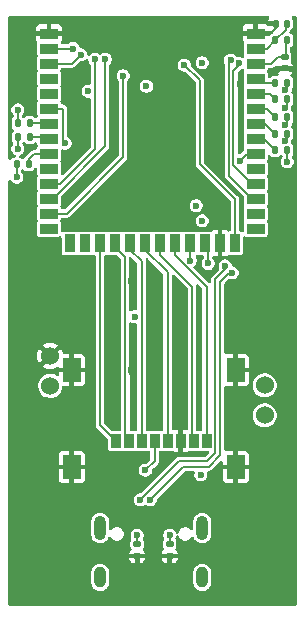
<source format=gbr>
%TF.GenerationSoftware,KiCad,Pcbnew,9.0.5*%
%TF.CreationDate,2025-11-05T18:30:54-05:00*%
%TF.ProjectId,flight-computer,666c6967-6874-42d6-936f-6d7075746572,rev?*%
%TF.SameCoordinates,Original*%
%TF.FileFunction,Copper,L4,Bot*%
%TF.FilePolarity,Positive*%
%FSLAX46Y46*%
G04 Gerber Fmt 4.6, Leading zero omitted, Abs format (unit mm)*
G04 Created by KiCad (PCBNEW 9.0.5) date 2025-11-05 18:30:54*
%MOMM*%
%LPD*%
G01*
G04 APERTURE LIST*
G04 Aperture macros list*
%AMRoundRect*
0 Rectangle with rounded corners*
0 $1 Rounding radius*
0 $2 $3 $4 $5 $6 $7 $8 $9 X,Y pos of 4 corners*
0 Add a 4 corners polygon primitive as box body*
4,1,4,$2,$3,$4,$5,$6,$7,$8,$9,$2,$3,0*
0 Add four circle primitives for the rounded corners*
1,1,$1+$1,$2,$3*
1,1,$1+$1,$4,$5*
1,1,$1+$1,$6,$7*
1,1,$1+$1,$8,$9*
0 Add four rect primitives between the rounded corners*
20,1,$1+$1,$2,$3,$4,$5,0*
20,1,$1+$1,$4,$5,$6,$7,0*
20,1,$1+$1,$6,$7,$8,$9,0*
20,1,$1+$1,$8,$9,$2,$3,0*%
G04 Aperture macros list end*
%TA.AperFunction,ComponentPad*%
%ADD10C,1.524000*%
%TD*%
%TA.AperFunction,HeatsinkPad*%
%ADD11O,1.000000X1.800000*%
%TD*%
%TA.AperFunction,HeatsinkPad*%
%ADD12O,1.000000X2.100000*%
%TD*%
%TA.AperFunction,ComponentPad*%
%ADD13C,3.800000*%
%TD*%
%TA.AperFunction,SMDPad,CuDef*%
%ADD14RoundRect,0.140000X0.140000X0.170000X-0.140000X0.170000X-0.140000X-0.170000X0.140000X-0.170000X0*%
%TD*%
%TA.AperFunction,SMDPad,CuDef*%
%ADD15RoundRect,0.135000X0.135000X0.185000X-0.135000X0.185000X-0.135000X-0.185000X0.135000X-0.185000X0*%
%TD*%
%TA.AperFunction,SMDPad,CuDef*%
%ADD16RoundRect,0.135000X-0.135000X-0.185000X0.135000X-0.185000X0.135000X0.185000X-0.135000X0.185000X0*%
%TD*%
%TA.AperFunction,SMDPad,CuDef*%
%ADD17RoundRect,0.135000X-0.185000X0.135000X-0.185000X-0.135000X0.185000X-0.135000X0.185000X0.135000X0*%
%TD*%
%TA.AperFunction,SMDPad,CuDef*%
%ADD18RoundRect,0.140000X-0.170000X0.140000X-0.170000X-0.140000X0.170000X-0.140000X0.170000X0.140000X0*%
%TD*%
%TA.AperFunction,SMDPad,CuDef*%
%ADD19R,1.498600X2.006600*%
%TD*%
%TA.AperFunction,SMDPad,CuDef*%
%ADD20R,0.812800X1.193800*%
%TD*%
%TA.AperFunction,HeatsinkPad*%
%ADD21C,0.600000*%
%TD*%
%TA.AperFunction,HeatsinkPad*%
%ADD22R,3.900000X3.900000*%
%TD*%
%TA.AperFunction,SMDPad,CuDef*%
%ADD23R,1.500000X0.900000*%
%TD*%
%TA.AperFunction,SMDPad,CuDef*%
%ADD24R,0.900000X1.500000*%
%TD*%
%TA.AperFunction,ViaPad*%
%ADD25C,0.600000*%
%TD*%
%TA.AperFunction,Conductor*%
%ADD26C,0.200000*%
%TD*%
G04 APERTURE END LIST*
D10*
%TO.P,J6,2,Pin_2*%
%TO.N,Net-(J6-Pin_2)*%
X154281895Y-111071655D03*
%TO.P,J6,1,Pin_1*%
%TO.N,Net-(J6-Pin_1)*%
X154281895Y-113611655D03*
%TD*%
%TO.P,J3,2,Pin_2*%
%TO.N,VBUS*%
X136106895Y-111111555D03*
%TO.P,J3,1,Pin_1*%
%TO.N,GND*%
X136106895Y-108571555D03*
%TD*%
D11*
%TO.P,J5,S1,SHIELD*%
%TO.N,unconnected-(J5-SHIELD-PadS1)_3*%
X148981895Y-127321555D03*
D12*
%TO.N,unconnected-(J5-SHIELD-PadS1)_2*%
X148981895Y-123141555D03*
D11*
%TO.N,unconnected-(J5-SHIELD-PadS1)_1*%
X140341895Y-127321555D03*
D12*
%TO.N,unconnected-(J5-SHIELD-PadS1)*%
X140341895Y-123141555D03*
%TD*%
D13*
%TO.P,H2,1,1*%
%TO.N,GND*%
X153982000Y-103200000D03*
%TD*%
%TO.P,H4,1,1*%
%TO.N,GND*%
X153982000Y-126450000D03*
%TD*%
%TO.P,H1,1,1*%
%TO.N,GND*%
X135582000Y-103200000D03*
%TD*%
%TO.P,H3,1,1*%
%TO.N,GND*%
X135582000Y-126450000D03*
%TD*%
D14*
%TO.P,C5,2*%
%TO.N,GND*%
X155201895Y-80446555D03*
%TO.P,C5,1*%
%TO.N,+3.3V*%
X156161895Y-80446555D03*
%TD*%
D15*
%TO.P,R14,2*%
%TO.N,FIN_CS3*%
X155171895Y-88346555D03*
%TO.P,R14,1*%
%TO.N,Net-(J2-Pin_4)*%
X156191895Y-88346555D03*
%TD*%
D16*
%TO.P,R11,2*%
%TO.N,FIN_MISO*%
X134401895Y-90046555D03*
%TO.P,R11,1*%
%TO.N,Net-(J1-Pin_5)*%
X133381895Y-90046555D03*
%TD*%
%TO.P,R1,2*%
%TO.N,Net-(U2-EN)*%
X156191895Y-81846555D03*
%TO.P,R1,1*%
%TO.N,+3.3V*%
X155171895Y-81846555D03*
%TD*%
D17*
%TO.P,R4,2*%
%TO.N,GND*%
X143481895Y-125506555D03*
%TO.P,R4,1*%
%TO.N,Net-(J5-CC1)*%
X143481895Y-124486555D03*
%TD*%
D15*
%TO.P,R12,2*%
%TO.N,FIN_CS1*%
X155171895Y-85446555D03*
%TO.P,R12,1*%
%TO.N,Net-(J2-Pin_6)*%
X156191895Y-85446555D03*
%TD*%
D16*
%TO.P,R7,2*%
%TO.N,FIN_MOSI*%
X134381895Y-88846555D03*
%TO.P,R7,1*%
%TO.N,Net-(J1-Pin_4)*%
X133361895Y-88846555D03*
%TD*%
D18*
%TO.P,C3,1*%
%TO.N,Net-(U2-EN)*%
X155981895Y-83266555D03*
%TO.P,C3,2*%
%TO.N,GND*%
X155981895Y-84226555D03*
%TD*%
D19*
%TO.P,J4,9,SHIELD*%
%TO.N,GND*%
X137936895Y-109770255D03*
X137936895Y-117970256D03*
X151826895Y-109770255D03*
X151826895Y-117970256D03*
D20*
%TO.P,J4,8,DAT1*%
%TO.N,SD_DAT1*%
X149356895Y-115770256D03*
%TO.P,J4,7,DAT0*%
%TO.N,SD_DAT0*%
X148256895Y-115770256D03*
%TO.P,J4,6,VSS*%
%TO.N,GND*%
X147156894Y-115770256D03*
%TO.P,J4,5,CLK*%
%TO.N,SD_CLK*%
X146056894Y-115770256D03*
%TO.P,J4,4,VDD*%
%TO.N,+3.3V*%
X144956896Y-115770256D03*
%TO.P,J4,3,CMD*%
%TO.N,SD_CMD*%
X143856896Y-115770256D03*
%TO.P,J4,2,DAT3/CD*%
%TO.N,SD_DAT3*%
X142756895Y-115770256D03*
%TO.P,J4,1,DAT2*%
%TO.N,SD_DAT2*%
X141656895Y-115770256D03*
%TD*%
D15*
%TO.P,R8,2*%
%TO.N,FIN_CLK*%
X155171895Y-91146555D03*
%TO.P,R8,1*%
%TO.N,Net-(J2-Pin_2)*%
X156191895Y-91146555D03*
%TD*%
D16*
%TO.P,R6,2*%
%TO.N,FIN_SCK*%
X134291895Y-92346555D03*
%TO.P,R6,1*%
%TO.N,Net-(J1-Pin_6)*%
X133271895Y-92346555D03*
%TD*%
D21*
%TO.P,U2,41,GND*%
%TO.N,GND*%
X144867600Y-88300000D03*
X144867600Y-89700000D03*
X145567600Y-87600000D03*
X145567600Y-89000000D03*
X145567600Y-90400000D03*
X146267600Y-88300000D03*
D22*
X146267600Y-89000000D03*
D21*
X146267600Y-89700000D03*
X146967600Y-87600000D03*
X146967600Y-89000000D03*
X146967600Y-90400000D03*
X147667600Y-88300000D03*
X147667600Y-89700000D03*
D23*
%TO.P,U2,40,GND*%
X136017600Y-81280000D03*
%TO.P,U2,39,IO1*%
%TO.N,IMP_OUT1*%
X136017600Y-82550000D03*
%TO.P,U2,38,IO2*%
%TO.N,IMP_OUT2*%
X136017600Y-83820000D03*
%TO.P,U2,37,TXD0*%
%TO.N,unconnected-(U2-TXD0-Pad37)*%
X136017600Y-85090000D03*
%TO.P,U2,36,RXD0*%
%TO.N,unconnected-(U2-RXD0-Pad36)*%
X136017600Y-86360000D03*
%TO.P,U2,35,IO42*%
%TO.N,FIN_DRDY*%
X136017600Y-87630000D03*
%TO.P,U2,34,IO41*%
%TO.N,FIN_MOSI*%
X136017600Y-88900000D03*
%TO.P,U2,33,IO40*%
%TO.N,FIN_MISO*%
X136017600Y-90170000D03*
%TO.P,U2,32,IO39*%
%TO.N,FIN_SCK*%
X136017600Y-91440000D03*
%TO.P,U2,31,IO38*%
%TO.N,unconnected-(U2-IO38-Pad31)*%
X136017600Y-92710000D03*
%TO.P,U2,30,IO37*%
%TO.N,LSM_MOSI*%
X136017600Y-93980000D03*
%TO.P,U2,29,IO36*%
%TO.N,LSM_MISO*%
X136017600Y-95250000D03*
%TO.P,U2,28,IO35*%
%TO.N,LSM_INT1*%
X136017600Y-96520000D03*
%TO.P,U2,27,IO0*%
%TO.N,unconnected-(U2-IO0-Pad27)*%
X136017600Y-97790000D03*
D24*
%TO.P,U2,26,IO45*%
%TO.N,unconnected-(U2-IO45-Pad26)*%
X137782600Y-99040000D03*
%TO.P,U2,25,IO48*%
%TO.N,unconnected-(U2-IO48-Pad25)*%
X139052600Y-99040000D03*
%TO.P,U2,24,IO47*%
%TO.N,SD_DAT2*%
X140322600Y-99040000D03*
%TO.P,U2,23,IO21*%
%TO.N,SD_DAT3*%
X141592600Y-99040000D03*
%TO.P,U2,22,IO14*%
%TO.N,SD_CMD*%
X142862600Y-99040000D03*
%TO.P,U2,21,IO13*%
%TO.N,SD_CLK*%
X144132600Y-99040000D03*
%TO.P,U2,20,IO12*%
%TO.N,SD_DAT0*%
X145402600Y-99040000D03*
%TO.P,U2,19,IO11*%
%TO.N,SD_DAT1*%
X146672600Y-99040000D03*
%TO.P,U2,18,IO10*%
%TO.N,Remote Start 2*%
X147942600Y-99040000D03*
%TO.P,U2,17,IO9*%
%TO.N,Remote Start 1*%
X149212600Y-99040000D03*
%TO.P,U2,16,IO46*%
%TO.N,GND*%
X150482600Y-99040000D03*
%TO.P,U2,15,IO3*%
%TO.N,LSM_INT2*%
X151752600Y-99040000D03*
D23*
%TO.P,U2,14,USB_D+*%
%TO.N,USB_D+*%
X153517600Y-97790000D03*
%TO.P,U2,13,USB_D-*%
%TO.N,USB_D-*%
X153517600Y-96520000D03*
%TO.P,U2,12,IO8*%
%TO.N,LSM_CS*%
X153517600Y-95250000D03*
%TO.P,U2,11,IO18*%
%TO.N,LSM_SCK*%
X153517600Y-93980000D03*
%TO.P,U2,10,IO17*%
%TO.N,unconnected-(U2-IO17-Pad10)*%
X153517600Y-92710000D03*
%TO.P,U2,9,IO16*%
%TO.N,FIN_RST*%
X153517600Y-91440000D03*
%TO.P,U2,8,IO15*%
%TO.N,FIN_CLK*%
X153517600Y-90170000D03*
%TO.P,U2,7,IO7*%
%TO.N,FIN_CS4*%
X153517600Y-88900000D03*
%TO.P,U2,6,IO6*%
%TO.N,FIN_CS3*%
X153517600Y-87630000D03*
%TO.P,U2,5,IO5*%
%TO.N,FIN_CS2*%
X153517600Y-86360000D03*
%TO.P,U2,4,IO4*%
%TO.N,FIN_CS1*%
X153517600Y-85090000D03*
%TO.P,U2,3,EN*%
%TO.N,Net-(U2-EN)*%
X153517600Y-83820000D03*
%TO.P,U2,2,3V3*%
%TO.N,+3.3V*%
X153517600Y-82550000D03*
%TO.P,U2,1,GND*%
%TO.N,GND*%
X153517600Y-81280000D03*
%TD*%
D15*
%TO.P,R13,2*%
%TO.N,FIN_CS2*%
X155171895Y-86846555D03*
%TO.P,R13,1*%
%TO.N,Net-(J2-Pin_5)*%
X156191895Y-86846555D03*
%TD*%
%TO.P,R15,2*%
%TO.N,FIN_CS4*%
X155171895Y-89746555D03*
%TO.P,R15,1*%
%TO.N,Net-(J2-Pin_3)*%
X156191895Y-89746555D03*
%TD*%
D17*
%TO.P,R5,2*%
%TO.N,GND*%
X146231895Y-125506555D03*
%TO.P,R5,1*%
%TO.N,Net-(J5-CC2)*%
X146231895Y-124486555D03*
%TD*%
D25*
%TO.N,GND*%
X155281895Y-84346555D03*
X156581895Y-84246555D03*
%TO.N,+3.3V*%
X156161895Y-80446555D03*
%TO.N,GND*%
X146981895Y-103546555D03*
X134481895Y-90946555D03*
X144781895Y-97346555D03*
X148481895Y-81446555D03*
%TO.N,+3.3V*%
X148981895Y-83746555D03*
%TO.N,GND*%
X148181895Y-82746555D03*
%TO.N,+3.3V*%
X148881895Y-118646555D03*
%TO.N,GND*%
X142981895Y-109746555D03*
%TO.N,+3.3V*%
X143256895Y-105246555D03*
%TO.N,GND*%
X142981895Y-102246555D03*
X144981895Y-109746555D03*
X137981895Y-85246555D03*
X152250362Y-90043964D03*
X152223613Y-85524835D03*
X152250801Y-87060929D03*
X152250801Y-88556242D03*
X141481895Y-105246555D03*
%TO.N,+3.3V*%
X144267601Y-85746555D03*
%TO.N,GND*%
X147231895Y-107746555D03*
X147281895Y-104546555D03*
X153981895Y-80146555D03*
X148731895Y-113996555D03*
X144999494Y-86343110D03*
X147231895Y-113996555D03*
X141481895Y-101246555D03*
X148231895Y-121246555D03*
X141481895Y-121246555D03*
%TO.N,+3.3V*%
X139331895Y-86146555D03*
X148481895Y-95846555D03*
X144181895Y-118246555D03*
X148981895Y-97146555D03*
%TO.N,USB_D-*%
X143736895Y-120746555D03*
%TO.N,USB_D+*%
X144586895Y-120746555D03*
%TO.N,Net-(J5-CC2)*%
X146231895Y-123746555D03*
%TO.N,Remote Start 1*%
X149481895Y-100746555D03*
%TO.N,Remote Start 2*%
X147981895Y-100496555D03*
%TO.N,Net-(J5-CC1)*%
X143481895Y-123746555D03*
%TO.N,Net-(J1-Pin_6)*%
X133281895Y-93446555D03*
%TO.N,LSM_CS*%
X151381895Y-83546555D03*
%TO.N,LSM_MISO*%
X140781895Y-83446555D03*
%TO.N,LSM_INT2*%
X147481895Y-83946555D03*
%TO.N,LSM_INT1*%
X142281895Y-84846555D03*
%TO.N,LSM_MOSI*%
X139881895Y-83446555D03*
%TO.N,FIN_DRDY*%
X137381895Y-90546555D03*
%TO.N,FIN_RST*%
X152181895Y-92046555D03*
%TO.N,LSM_SCK*%
X152093410Y-83783727D03*
%TO.N,Net-(J1-Pin_4)*%
X133381895Y-87746555D03*
%TO.N,Net-(J2-Pin_2)*%
X156181895Y-92146555D03*
%TO.N,IMP_OUT1*%
X138081895Y-82546555D03*
%TO.N,IMP_OUT2*%
X138681895Y-83089449D03*
%TO.N,Net-(J1-Pin_5)*%
X133381895Y-91046555D03*
%TO.N,Net-(J2-Pin_6)*%
X155997193Y-86078955D03*
%TO.N,Net-(J2-Pin_4)*%
X155997193Y-88978955D03*
%TO.N,Net-(J2-Pin_3)*%
X155981549Y-90380854D03*
%TO.N,Net-(J2-Pin_5)*%
X155981895Y-87546555D03*
%TO.N,USB_D-*%
X150931374Y-100946034D03*
%TO.N,USB_D+*%
X151532416Y-101547076D03*
%TO.N,USB_D-*%
X153517600Y-96520000D03*
%TO.N,USB_D+*%
X153517600Y-97790000D03*
%TD*%
D26*
%TO.N,Net-(U2-EN)*%
X153517600Y-83820000D02*
X154828450Y-83820000D01*
X154828450Y-83820000D02*
X155381895Y-83266555D01*
X155381895Y-83266555D02*
X155981895Y-83266555D01*
X155981895Y-83266555D02*
X156081895Y-83166555D01*
X156081895Y-83166555D02*
X156081895Y-81956555D01*
X156081895Y-81956555D02*
X156191895Y-81846555D01*
%TO.N,GND*%
X155201895Y-80446555D02*
X155201895Y-80826555D01*
X155201895Y-80826555D02*
X154748450Y-81280000D01*
X154748450Y-81280000D02*
X153517600Y-81280000D01*
%TO.N,+3.3V*%
X155171895Y-81846555D02*
X155181895Y-81846555D01*
X155181895Y-81846555D02*
X156081895Y-80946555D01*
X156081895Y-80946555D02*
X156081895Y-80526555D01*
X156081895Y-80526555D02*
X156161895Y-80446555D01*
%TO.N,Net-(J2-Pin_6)*%
X156191895Y-85446555D02*
X156191895Y-85884253D01*
X156191895Y-85884253D02*
X155997193Y-86078955D01*
%TO.N,Net-(J2-Pin_5)*%
X156191895Y-86846555D02*
X156191895Y-87336555D01*
X156191895Y-87336555D02*
X155981895Y-87546555D01*
%TO.N,Net-(J2-Pin_4)*%
X156191895Y-88346555D02*
X156191895Y-88784253D01*
X156191895Y-88784253D02*
X155997193Y-88978955D01*
%TO.N,Net-(J2-Pin_3)*%
X156191895Y-89746555D02*
X156191895Y-90170508D01*
X156191895Y-90170508D02*
X155981549Y-90380854D01*
%TO.N,LSM_INT2*%
X151752600Y-99040000D02*
X151752600Y-95275850D01*
X151752600Y-95275850D02*
X148781895Y-92305145D01*
X148781895Y-92305145D02*
X148781895Y-85246555D01*
X148781895Y-85246555D02*
X147481895Y-83946555D01*
%TO.N,FIN_SCK*%
X136017600Y-91440000D02*
X136011045Y-91446555D01*
X136011045Y-91446555D02*
X134781895Y-91446555D01*
X134781895Y-91446555D02*
X134291895Y-91936555D01*
X134291895Y-91936555D02*
X134291895Y-92346555D01*
%TO.N,LSM_SCK*%
X153217600Y-93980000D02*
X153517600Y-93980000D01*
X151630895Y-84433258D02*
X151630895Y-92393295D01*
X152093410Y-83783727D02*
X152093410Y-83970743D01*
X152093410Y-83970743D02*
X151630895Y-84433258D01*
X151630895Y-92393295D02*
X153217600Y-93980000D01*
%TO.N,SD_DAT3*%
X142481895Y-115495256D02*
X142481895Y-110246555D01*
X142756895Y-115770256D02*
X142481895Y-115495256D01*
X142481895Y-110246555D02*
X142430895Y-110195555D01*
X142430895Y-110195555D02*
X142430895Y-100178295D01*
X142430895Y-100178295D02*
X141592600Y-99340000D01*
X141592600Y-99340000D02*
X141592600Y-99040000D01*
%TO.N,GND*%
X147156894Y-114071556D02*
X147231895Y-113996555D01*
X147156894Y-115770256D02*
X147156894Y-114071556D01*
%TO.N,+3.3V*%
X153517600Y-82550000D02*
X154468450Y-82550000D01*
X144956896Y-117471554D02*
X144181895Y-118246555D01*
X154468450Y-82550000D02*
X155171895Y-81846555D01*
X144956896Y-115770256D02*
X144956896Y-117471554D01*
%TO.N,Net-(J5-CC2)*%
X146231895Y-123746555D02*
X146231895Y-124486555D01*
%TO.N,Remote Start 1*%
X149481895Y-100746555D02*
X149481895Y-99309295D01*
X149481895Y-99309295D02*
X149212600Y-99040000D01*
%TO.N,Remote Start 2*%
X147981895Y-99079295D02*
X147942600Y-99040000D01*
X147981895Y-100496555D02*
X147981895Y-99079295D01*
%TO.N,Net-(J5-CC1)*%
X143481895Y-123746555D02*
X143481895Y-124486555D01*
%TO.N,Net-(J1-Pin_6)*%
X133281895Y-92356555D02*
X133271895Y-92346555D01*
X133281895Y-93446555D02*
X133281895Y-92356555D01*
%TO.N,LSM_CS*%
X153217600Y-95250000D02*
X153517600Y-95250000D01*
X151279895Y-83648555D02*
X151279895Y-93312295D01*
X151279895Y-93312295D02*
X153217600Y-95250000D01*
X151381895Y-83546555D02*
X151279895Y-83648555D01*
%TO.N,LSM_MISO*%
X140781895Y-90785705D02*
X136317600Y-95250000D01*
X140781895Y-83446555D02*
X140781895Y-90785705D01*
X136317600Y-95250000D02*
X136017600Y-95250000D01*
%TO.N,LSM_INT1*%
X142281895Y-84846555D02*
X142281895Y-91746555D01*
X142281895Y-91746555D02*
X137508450Y-96520000D01*
X137508450Y-96520000D02*
X136017600Y-96520000D01*
X136291045Y-96246555D02*
X136017600Y-96520000D01*
%TO.N,LSM_MOSI*%
X136967600Y-93980000D02*
X136017600Y-93980000D01*
X136034155Y-93996555D02*
X136017600Y-93980000D01*
X139881895Y-83446555D02*
X139881895Y-91065705D01*
X139881895Y-91065705D02*
X136967600Y-93980000D01*
%TO.N,FIN_CS3*%
X154455340Y-87630000D02*
X155171895Y-88346555D01*
X153517600Y-87630000D02*
X154455340Y-87630000D01*
%TO.N,FIN_CS2*%
X153517600Y-86360000D02*
X154685340Y-86360000D01*
X154685340Y-86360000D02*
X155171895Y-86846555D01*
%TO.N,FIN_CS1*%
X153874155Y-85446555D02*
X153517600Y-85090000D01*
X155171895Y-85446555D02*
X153874155Y-85446555D01*
%TO.N,FIN_CS4*%
X154325340Y-88900000D02*
X155171895Y-89746555D01*
X153517600Y-88900000D02*
X154325340Y-88900000D01*
%TO.N,FIN_MOSI*%
X135964155Y-88846555D02*
X136017600Y-88900000D01*
X134381895Y-88846555D02*
X135964155Y-88846555D01*
%TO.N,FIN_CLK*%
X154195340Y-90170000D02*
X155171895Y-91146555D01*
X153517600Y-90170000D02*
X154195340Y-90170000D01*
%TO.N,FIN_DRDY*%
X137217602Y-87732262D02*
X137115340Y-87630000D01*
X137217602Y-90382262D02*
X137381895Y-90546555D01*
X137115340Y-87630000D02*
X136017600Y-87630000D01*
X137217602Y-87732262D02*
X137217602Y-90382262D01*
%TO.N,FIN_MISO*%
X135894155Y-90046555D02*
X136017600Y-90170000D01*
X136017600Y-90170000D02*
X136655340Y-90170000D01*
X134401895Y-90046555D02*
X135894155Y-90046555D01*
%TO.N,FIN_RST*%
X153517600Y-91440000D02*
X152788450Y-91440000D01*
X152788450Y-91440000D02*
X152181895Y-92046555D01*
%TO.N,SD_DAT2*%
X141656895Y-115770256D02*
X140322600Y-114435961D01*
X140322600Y-114435961D02*
X140322600Y-99040000D01*
%TO.N,SD_CLK*%
X146056894Y-115770256D02*
X146056894Y-101496294D01*
X146056894Y-101496294D02*
X144132600Y-99572000D01*
X144132600Y-99572000D02*
X144132600Y-99040000D01*
%TO.N,SD_DAT1*%
X149356895Y-102721498D02*
X146672600Y-100037203D01*
X149356895Y-115770256D02*
X149356895Y-102721498D01*
X146672600Y-100037203D02*
X146672600Y-99040000D01*
%TO.N,SD_DAT0*%
X148256895Y-115770256D02*
X148130895Y-115644256D01*
X148130895Y-102718295D02*
X145402600Y-99990000D01*
X145402600Y-99990000D02*
X145402600Y-99040000D01*
X148130895Y-115644256D02*
X148130895Y-102718295D01*
%TO.N,SD_CMD*%
X143856896Y-100646555D02*
X143856896Y-100566296D01*
X142862600Y-99572000D02*
X142862600Y-99040000D01*
X143856896Y-100566296D02*
X142862600Y-99572000D01*
X143856896Y-115770256D02*
X143856896Y-100646555D01*
%TO.N,Net-(J1-Pin_4)*%
X133381895Y-88826555D02*
X133361895Y-88846555D01*
X133381895Y-87746555D02*
X133381895Y-88826555D01*
%TO.N,Net-(J2-Pin_2)*%
X156181895Y-92146555D02*
X156181895Y-91156555D01*
X156181895Y-91156555D02*
X156191895Y-91146555D01*
%TO.N,IMP_OUT1*%
X138181895Y-82546555D02*
X138178450Y-82550000D01*
X138178450Y-82550000D02*
X136017600Y-82550000D01*
%TO.N,IMP_OUT2*%
X138681895Y-83089449D02*
X137951344Y-83820000D01*
X137951344Y-83820000D02*
X136017600Y-83820000D01*
%TO.N,Net-(J1-Pin_5)*%
X133381895Y-91046555D02*
X133381895Y-90046555D01*
%TO.N,USB_D+*%
X147386895Y-117946555D02*
X144586895Y-120746555D01*
X149552079Y-117946555D02*
X147386895Y-117946555D01*
X150514275Y-116984359D02*
X149552079Y-117946555D01*
X150514275Y-102282374D02*
X150514275Y-116984359D01*
%TO.N,USB_D-*%
X150064295Y-102095956D02*
X150064295Y-116808136D01*
X150931374Y-101228877D02*
X150064295Y-102095956D01*
%TO.N,USB_D+*%
X151249573Y-101547076D02*
X150514275Y-102282374D01*
%TO.N,USB_D-*%
X146986875Y-117496575D02*
X143736895Y-120746555D01*
X149375856Y-117496575D02*
X146986875Y-117496575D01*
X150064295Y-116808136D02*
X149375856Y-117496575D01*
%TO.N,USB_D+*%
X151532416Y-101547076D02*
X151249573Y-101547076D01*
%TO.N,USB_D-*%
X150931374Y-100946034D02*
X150931374Y-101228877D01*
%TD*%
%TA.AperFunction,Conductor*%
%TO.N,GND*%
G36*
X154633358Y-79809685D02*
G01*
X154679113Y-79862489D01*
X154689057Y-79931647D01*
X154665586Y-79988311D01*
X154627411Y-80039305D01*
X154578168Y-80171330D01*
X154571895Y-80229668D01*
X154571895Y-80246555D01*
X155077895Y-80246555D01*
X155086580Y-80249105D01*
X155095542Y-80247817D01*
X155119582Y-80258795D01*
X155144934Y-80266240D01*
X155150861Y-80273080D01*
X155159098Y-80276842D01*
X155173387Y-80299076D01*
X155190689Y-80319044D01*
X155192976Y-80329558D01*
X155196872Y-80335620D01*
X155201895Y-80370555D01*
X155201895Y-80522555D01*
X155182210Y-80589594D01*
X155129406Y-80635349D01*
X155077895Y-80646555D01*
X154565895Y-80646555D01*
X154498856Y-80626870D01*
X154453101Y-80574066D01*
X154442918Y-80527258D01*
X154441895Y-80525620D01*
X154368854Y-80489914D01*
X154368844Y-80489910D01*
X154300820Y-80480000D01*
X153717600Y-80480000D01*
X153717600Y-81080000D01*
X154617597Y-81080000D01*
X154646823Y-81050774D01*
X154708146Y-81017289D01*
X154777838Y-81022273D01*
X154788012Y-81026594D01*
X154895336Y-81077931D01*
X154917374Y-81097724D01*
X154941096Y-81115482D01*
X154943084Y-81120814D01*
X154947319Y-81124617D01*
X154955158Y-81153185D01*
X154965513Y-81180946D01*
X154964303Y-81186507D01*
X154965809Y-81191995D01*
X154956959Y-81220267D01*
X154950661Y-81249219D01*
X154946637Y-81253242D01*
X154944937Y-81258674D01*
X154922205Y-81277674D01*
X154901256Y-81298624D01*
X154896290Y-81301192D01*
X154809793Y-81343478D01*
X154809792Y-81343478D01*
X154711553Y-81441718D01*
X154709099Y-81439264D01*
X154668395Y-81471182D01*
X154622470Y-81480000D01*
X152417601Y-81480000D01*
X152417601Y-81763217D01*
X152427512Y-81831249D01*
X152478815Y-81936191D01*
X152486965Y-81944341D01*
X152520450Y-82005664D01*
X152520901Y-82056213D01*
X152517100Y-82075321D01*
X152517100Y-83024678D01*
X152531632Y-83097735D01*
X152531633Y-83097738D01*
X152531633Y-83097739D01*
X152531634Y-83097740D01*
X152537053Y-83105850D01*
X152543909Y-83116111D01*
X152549882Y-83135190D01*
X152560388Y-83152198D01*
X152560107Y-83167850D01*
X152564785Y-83182789D01*
X152559495Y-83202068D01*
X152559138Y-83222057D01*
X152547121Y-83247172D01*
X152546299Y-83250169D01*
X152543905Y-83253894D01*
X152534044Y-83268651D01*
X152480430Y-83313454D01*
X152411105Y-83322160D01*
X152368944Y-83307144D01*
X152305898Y-83270744D01*
X152305899Y-83270744D01*
X152294416Y-83267667D01*
X152165885Y-83233227D01*
X152020935Y-83233227D01*
X151952004Y-83251697D01*
X151882154Y-83250034D01*
X151828630Y-83213807D01*
X151828151Y-83214287D01*
X151825662Y-83211798D01*
X151824292Y-83210871D01*
X151822561Y-83208697D01*
X151719912Y-83106048D01*
X151719906Y-83106043D01*
X151594383Y-83033572D01*
X151594384Y-83033572D01*
X151561191Y-83024678D01*
X151454370Y-82996055D01*
X151309420Y-82996055D01*
X151202599Y-83024678D01*
X151169406Y-83033572D01*
X151043883Y-83106043D01*
X151043877Y-83106048D01*
X150941388Y-83208537D01*
X150941383Y-83208543D01*
X150868912Y-83334066D01*
X150868911Y-83334070D01*
X150831395Y-83474080D01*
X150831395Y-83619030D01*
X150868911Y-83759040D01*
X150912782Y-83835027D01*
X150929395Y-83897026D01*
X150929395Y-93358439D01*
X150943345Y-93410501D01*
X150953280Y-93447581D01*
X150999422Y-93527503D01*
X150999426Y-93527508D01*
X152480781Y-95008863D01*
X152514266Y-95070186D01*
X152517100Y-95096544D01*
X152517100Y-95724678D01*
X152531632Y-95797735D01*
X152531633Y-95797738D01*
X152543909Y-95816111D01*
X152564785Y-95882789D01*
X152546299Y-95950169D01*
X152543909Y-95953889D01*
X152531633Y-95972261D01*
X152531632Y-95972264D01*
X152517100Y-96045321D01*
X152517100Y-96994678D01*
X152531632Y-97067735D01*
X152531633Y-97067738D01*
X152543909Y-97086111D01*
X152564785Y-97152789D01*
X152546299Y-97220169D01*
X152543909Y-97223889D01*
X152531633Y-97242261D01*
X152531632Y-97242264D01*
X152517100Y-97315321D01*
X152517100Y-97966880D01*
X152497415Y-98033919D01*
X152444611Y-98079674D01*
X152375453Y-98089618D01*
X152356436Y-98085336D01*
X152339206Y-98080003D01*
X152300340Y-98054034D01*
X152227274Y-98039500D01*
X152208348Y-98039500D01*
X152190436Y-98033956D01*
X152176315Y-98024587D01*
X152160061Y-98019815D01*
X152147808Y-98005675D01*
X152132214Y-97995329D01*
X152125399Y-97979814D01*
X152114306Y-97967011D01*
X152108936Y-97942327D01*
X152104118Y-97931357D01*
X152105143Y-97924893D01*
X152103100Y-97915500D01*
X152103100Y-95229708D01*
X152103100Y-95229706D01*
X152079214Y-95140562D01*
X152038582Y-95070186D01*
X152033073Y-95060644D01*
X152033070Y-95060641D01*
X152033069Y-95060638D01*
X151967812Y-94995381D01*
X149168714Y-92196282D01*
X149135229Y-92134959D01*
X149132395Y-92108601D01*
X149132395Y-85200413D01*
X149132395Y-85200411D01*
X149108509Y-85111267D01*
X149099726Y-85096055D01*
X149097655Y-85092467D01*
X149097653Y-85092465D01*
X149078357Y-85059043D01*
X149062365Y-85031343D01*
X148068714Y-84037692D01*
X148035229Y-83976369D01*
X148032395Y-83950011D01*
X148032395Y-83874082D01*
X148032395Y-83874080D01*
X147994879Y-83734070D01*
X147994877Y-83734066D01*
X147991349Y-83727955D01*
X147991348Y-83727954D01*
X147961507Y-83676268D01*
X147960244Y-83674080D01*
X148431395Y-83674080D01*
X148431395Y-83819030D01*
X148460042Y-83925941D01*
X148468912Y-83959043D01*
X148541383Y-84084566D01*
X148541385Y-84084568D01*
X148541386Y-84084570D01*
X148643880Y-84187064D01*
X148643881Y-84187065D01*
X148643883Y-84187066D01*
X148769406Y-84259537D01*
X148769407Y-84259537D01*
X148769410Y-84259539D01*
X148909420Y-84297055D01*
X148909423Y-84297055D01*
X149054367Y-84297055D01*
X149054370Y-84297055D01*
X149194380Y-84259539D01*
X149319910Y-84187064D01*
X149422404Y-84084570D01*
X149494879Y-83959040D01*
X149532395Y-83819030D01*
X149532395Y-83674080D01*
X149494879Y-83534070D01*
X149492503Y-83529955D01*
X149422406Y-83408543D01*
X149422401Y-83408537D01*
X149319912Y-83306048D01*
X149319906Y-83306043D01*
X149194383Y-83233572D01*
X149194384Y-83233572D01*
X149151872Y-83222181D01*
X149054370Y-83196055D01*
X148909420Y-83196055D01*
X148811918Y-83222181D01*
X148769406Y-83233572D01*
X148643883Y-83306043D01*
X148643877Y-83306048D01*
X148541388Y-83408537D01*
X148541383Y-83408543D01*
X148468912Y-83534066D01*
X148468911Y-83534070D01*
X148431395Y-83674080D01*
X147960244Y-83674080D01*
X147922404Y-83608540D01*
X147819910Y-83506046D01*
X147819908Y-83506045D01*
X147819906Y-83506043D01*
X147694383Y-83433572D01*
X147694384Y-83433572D01*
X147676922Y-83428893D01*
X147554370Y-83396055D01*
X147409420Y-83396055D01*
X147286868Y-83428893D01*
X147269406Y-83433572D01*
X147143883Y-83506043D01*
X147143877Y-83506048D01*
X147041388Y-83608537D01*
X147041383Y-83608543D01*
X146968912Y-83734066D01*
X146968911Y-83734070D01*
X146931395Y-83874080D01*
X146931395Y-84019030D01*
X146968911Y-84159040D01*
X146968912Y-84159043D01*
X147041383Y-84284566D01*
X147041385Y-84284568D01*
X147041386Y-84284570D01*
X147143880Y-84387064D01*
X147143881Y-84387065D01*
X147143883Y-84387066D01*
X147269406Y-84459537D01*
X147269407Y-84459537D01*
X147269410Y-84459539D01*
X147409420Y-84497055D01*
X147485351Y-84497055D01*
X147552390Y-84516740D01*
X147573032Y-84533374D01*
X148395076Y-85355418D01*
X148428561Y-85416741D01*
X148431395Y-85443099D01*
X148431395Y-92351290D01*
X148449741Y-92419760D01*
X148455280Y-92440431D01*
X148455282Y-92440436D01*
X148501422Y-92520353D01*
X148501424Y-92520356D01*
X148501425Y-92520357D01*
X149940607Y-93959539D01*
X151365781Y-95384712D01*
X151399266Y-95446035D01*
X151402100Y-95472393D01*
X151402100Y-97915500D01*
X151402072Y-97915593D01*
X151402100Y-97915688D01*
X151392153Y-97949374D01*
X151382415Y-97982539D01*
X151382341Y-97982602D01*
X151382314Y-97982697D01*
X151355654Y-98005726D01*
X151329611Y-98028294D01*
X151329490Y-98028329D01*
X151329441Y-98028372D01*
X151329069Y-98028452D01*
X151295561Y-98038264D01*
X151286871Y-98039500D01*
X151277926Y-98039500D01*
X151255480Y-98043964D01*
X151252083Y-98044448D01*
X151220759Y-98039896D01*
X151189221Y-98037074D01*
X151185767Y-98034810D01*
X151182940Y-98034400D01*
X151176193Y-98028536D01*
X151146941Y-98009365D01*
X151138788Y-98001212D01*
X151033851Y-97949912D01*
X151033848Y-97949911D01*
X150965820Y-97940000D01*
X150682600Y-97940000D01*
X150682600Y-100139999D01*
X150965818Y-100139999D01*
X151033849Y-100130087D01*
X151138785Y-100078787D01*
X151138789Y-100078785D01*
X151146937Y-100070637D01*
X151208259Y-100037150D01*
X151258812Y-100036698D01*
X151277926Y-100040500D01*
X152227276Y-100040500D01*
X152227277Y-100040499D01*
X152300340Y-100025966D01*
X152383201Y-99970601D01*
X152438566Y-99887740D01*
X152453100Y-99814674D01*
X152453100Y-98563119D01*
X152472785Y-98496080D01*
X152525589Y-98450325D01*
X152594747Y-98440381D01*
X152645989Y-98460016D01*
X152669860Y-98475966D01*
X152669862Y-98475966D01*
X152669864Y-98475967D01*
X152742921Y-98490499D01*
X152742924Y-98490500D01*
X152742926Y-98490500D01*
X154292276Y-98490500D01*
X154292277Y-98490499D01*
X154365340Y-98475966D01*
X154448201Y-98420601D01*
X154503566Y-98337740D01*
X154518100Y-98264674D01*
X154518100Y-97315326D01*
X154518100Y-97315323D01*
X154518099Y-97315321D01*
X154503567Y-97242264D01*
X154503566Y-97242261D01*
X154503566Y-97242260D01*
X154491291Y-97223889D01*
X154470414Y-97157214D01*
X154488898Y-97089834D01*
X154491292Y-97086109D01*
X154499328Y-97074082D01*
X154503566Y-97067740D01*
X154518100Y-96994674D01*
X154518100Y-96045326D01*
X154518100Y-96045323D01*
X154518099Y-96045321D01*
X154503567Y-95972264D01*
X154503566Y-95972261D01*
X154503566Y-95972260D01*
X154491291Y-95953889D01*
X154470414Y-95887214D01*
X154488898Y-95819834D01*
X154491292Y-95816109D01*
X154503566Y-95797740D01*
X154518100Y-95724674D01*
X154518100Y-94775326D01*
X154518100Y-94775323D01*
X154518099Y-94775321D01*
X154503567Y-94702264D01*
X154503566Y-94702261D01*
X154503566Y-94702260D01*
X154491291Y-94683889D01*
X154470414Y-94617214D01*
X154488898Y-94549834D01*
X154491292Y-94546109D01*
X154503566Y-94527740D01*
X154518100Y-94454674D01*
X154518100Y-93505326D01*
X154518100Y-93505323D01*
X154518099Y-93505321D01*
X154503567Y-93432264D01*
X154503566Y-93432261D01*
X154503566Y-93432260D01*
X154491291Y-93413889D01*
X154470414Y-93347214D01*
X154488898Y-93279834D01*
X154491292Y-93276109D01*
X154503566Y-93257740D01*
X154518100Y-93184674D01*
X154518100Y-92235326D01*
X154518100Y-92235323D01*
X154518099Y-92235321D01*
X154503567Y-92162264D01*
X154503566Y-92162262D01*
X154503566Y-92162260D01*
X154491291Y-92143889D01*
X154470414Y-92077214D01*
X154488898Y-92009834D01*
X154491292Y-92006109D01*
X154503566Y-91987740D01*
X154518100Y-91914674D01*
X154518100Y-91657301D01*
X154537785Y-91590262D01*
X154590589Y-91544507D01*
X154659747Y-91534563D01*
X154723303Y-91563588D01*
X154729781Y-91569620D01*
X154809792Y-91649631D01*
X154809795Y-91649633D01*
X154920551Y-91703777D01*
X154925377Y-91706137D01*
X155000313Y-91717055D01*
X155000318Y-91717055D01*
X155343472Y-91717055D01*
X155343477Y-91717055D01*
X155418413Y-91706137D01*
X155502627Y-91664967D01*
X155533994Y-91649633D01*
X155533997Y-91649631D01*
X155594214Y-91589415D01*
X155602159Y-91585076D01*
X155607585Y-91577829D01*
X155632344Y-91568594D01*
X155655537Y-91555930D01*
X155664566Y-91556575D01*
X155673049Y-91553412D01*
X155698869Y-91559028D01*
X155725229Y-91560914D01*
X155734282Y-91566732D01*
X155741322Y-91568264D01*
X155769576Y-91589415D01*
X155777362Y-91597201D01*
X155810847Y-91658524D01*
X155805863Y-91728216D01*
X155777363Y-91772562D01*
X155741389Y-91808536D01*
X155741383Y-91808543D01*
X155668912Y-91934066D01*
X155668911Y-91934070D01*
X155631395Y-92074080D01*
X155631395Y-92219030D01*
X155668911Y-92359040D01*
X155668912Y-92359043D01*
X155741383Y-92484566D01*
X155741385Y-92484568D01*
X155741386Y-92484570D01*
X155843880Y-92587064D01*
X155843881Y-92587065D01*
X155843883Y-92587066D01*
X155969406Y-92659537D01*
X155969407Y-92659537D01*
X155969410Y-92659539D01*
X156109420Y-92697055D01*
X156109423Y-92697055D01*
X156254367Y-92697055D01*
X156254370Y-92697055D01*
X156394380Y-92659539D01*
X156519910Y-92587064D01*
X156622404Y-92484570D01*
X156694879Y-92359040D01*
X156732395Y-92219030D01*
X156732395Y-92074080D01*
X156694879Y-91934070D01*
X156693796Y-91932195D01*
X156622406Y-91808543D01*
X156622401Y-91808537D01*
X156596427Y-91782563D01*
X156562942Y-91721240D01*
X156567926Y-91651548D01*
X156596428Y-91607200D01*
X156644971Y-91558657D01*
X156644973Y-91558654D01*
X156676961Y-91493221D01*
X156701477Y-91443073D01*
X156712395Y-91368137D01*
X156712395Y-90924973D01*
X156701477Y-90850037D01*
X156672317Y-90790389D01*
X156644973Y-90734455D01*
X156619054Y-90708536D01*
X156553997Y-90643479D01*
X156553995Y-90643478D01*
X156547126Y-90636609D01*
X156513641Y-90575286D01*
X156511351Y-90537322D01*
X156512328Y-90526927D01*
X156532049Y-90453329D01*
X156532049Y-90317124D01*
X156532593Y-90311337D01*
X156543465Y-90284061D01*
X156551734Y-90255903D01*
X156557584Y-90248642D01*
X156558465Y-90246434D01*
X156560584Y-90244920D01*
X156568368Y-90235261D01*
X156644971Y-90158657D01*
X156644973Y-90158654D01*
X156673224Y-90100865D01*
X156701477Y-90043073D01*
X156712395Y-89968137D01*
X156712395Y-89524973D01*
X156701477Y-89450037D01*
X156685353Y-89417055D01*
X156644973Y-89334455D01*
X156644971Y-89334452D01*
X156559063Y-89248544D01*
X156525578Y-89187221D01*
X156526968Y-89128772D01*
X156547693Y-89051430D01*
X156547693Y-88907297D01*
X156567378Y-88840258D01*
X156584007Y-88819620D01*
X156644971Y-88758657D01*
X156644971Y-88758655D01*
X156644973Y-88758654D01*
X156673224Y-88700865D01*
X156701477Y-88643073D01*
X156712395Y-88568137D01*
X156712395Y-88124973D01*
X156701477Y-88050037D01*
X156699117Y-88045211D01*
X156644973Y-87934455D01*
X156644971Y-87934452D01*
X156546732Y-87836213D01*
X156547945Y-87834999D01*
X156512235Y-87789478D01*
X156505677Y-87719917D01*
X156507623Y-87711478D01*
X156532395Y-87619030D01*
X156532395Y-87474080D01*
X156532394Y-87474078D01*
X156531334Y-87466024D01*
X156533753Y-87465705D01*
X156533753Y-87463116D01*
X156529561Y-87450002D01*
X156533751Y-87414958D01*
X156535471Y-87408540D01*
X156541652Y-87385468D01*
X156573745Y-87329882D01*
X156644971Y-87258657D01*
X156644973Y-87258654D01*
X156692524Y-87161386D01*
X156701477Y-87143073D01*
X156712395Y-87068137D01*
X156712395Y-86624973D01*
X156701477Y-86550037D01*
X156669470Y-86484566D01*
X156644973Y-86434455D01*
X156644971Y-86434452D01*
X156559063Y-86348544D01*
X156525578Y-86287221D01*
X156526968Y-86228772D01*
X156547693Y-86151430D01*
X156547693Y-86007297D01*
X156567378Y-85940258D01*
X156584007Y-85919620D01*
X156644971Y-85858657D01*
X156644971Y-85858655D01*
X156644973Y-85858654D01*
X156678453Y-85790169D01*
X156701477Y-85743073D01*
X156712395Y-85668137D01*
X156712395Y-85224973D01*
X156701477Y-85150037D01*
X156699117Y-85145211D01*
X156644973Y-85034455D01*
X156644971Y-85034452D01*
X156553997Y-84943478D01*
X156521412Y-84927548D01*
X156469830Y-84880420D01*
X156451916Y-84812886D01*
X156473357Y-84746387D01*
X156495755Y-84722957D01*
X156495669Y-84722871D01*
X156499529Y-84719010D01*
X156501573Y-84716873D01*
X156501941Y-84716597D01*
X156586379Y-84603802D01*
X156635621Y-84471784D01*
X156640483Y-84426555D01*
X155323307Y-84426555D01*
X155328168Y-84471784D01*
X155377410Y-84603802D01*
X155432763Y-84677744D01*
X155457180Y-84743208D01*
X155442329Y-84811481D01*
X155392923Y-84860887D01*
X155333496Y-84876055D01*
X155000313Y-84876055D01*
X154925377Y-84886973D01*
X154925375Y-84886973D01*
X154925373Y-84886974D01*
X154809795Y-84943476D01*
X154809792Y-84943478D01*
X154729781Y-85023490D01*
X154668458Y-85056975D01*
X154598766Y-85051991D01*
X154542833Y-85010119D01*
X154518416Y-84944655D01*
X154518100Y-84935809D01*
X154518100Y-84615323D01*
X154518099Y-84615321D01*
X154503567Y-84542264D01*
X154503566Y-84542261D01*
X154503566Y-84542260D01*
X154491291Y-84523889D01*
X154470414Y-84457214D01*
X154475533Y-84419671D01*
X154480874Y-84401701D01*
X154503566Y-84367740D01*
X154518100Y-84294674D01*
X154518100Y-84276460D01*
X154523239Y-84259171D01*
X154532819Y-84244372D01*
X154537785Y-84227461D01*
X154551409Y-84215655D01*
X154561209Y-84200518D01*
X154577269Y-84193247D01*
X154590589Y-84181706D01*
X154614030Y-84176606D01*
X154624860Y-84171704D01*
X154631842Y-84172731D01*
X154642100Y-84170500D01*
X154874592Y-84170500D01*
X154874594Y-84170500D01*
X154963738Y-84146614D01*
X155043662Y-84100470D01*
X155133450Y-84010681D01*
X155194770Y-83977198D01*
X155264462Y-83982182D01*
X155313376Y-84015500D01*
X155323306Y-84026555D01*
X156640483Y-84026555D01*
X156640483Y-84026554D01*
X156635621Y-83981325D01*
X156586379Y-83849305D01*
X156586378Y-83849304D01*
X156500671Y-83734815D01*
X156476253Y-83669351D01*
X156489452Y-83604211D01*
X156527912Y-83528730D01*
X156529449Y-83519030D01*
X156531796Y-83504205D01*
X156542395Y-83437290D01*
X156542394Y-83095821D01*
X156542394Y-83095815D01*
X156527913Y-83004384D01*
X156527913Y-83004383D01*
X156527912Y-83004381D01*
X156527912Y-83004380D01*
X156471754Y-82894164D01*
X156471752Y-82894162D01*
X156471749Y-82894158D01*
X156468714Y-82891123D01*
X156466201Y-82886521D01*
X156466015Y-82886265D01*
X156466048Y-82886240D01*
X156435229Y-82829800D01*
X156432395Y-82803442D01*
X156432395Y-82486483D01*
X156452080Y-82419444D01*
X156501935Y-82375082D01*
X156553997Y-82349631D01*
X156644971Y-82258657D01*
X156644973Y-82258654D01*
X156683550Y-82179742D01*
X156701477Y-82143073D01*
X156712395Y-82068137D01*
X156712395Y-81624973D01*
X156701477Y-81550037D01*
X156667238Y-81480000D01*
X156644973Y-81434455D01*
X156644971Y-81434452D01*
X156553997Y-81343478D01*
X156442080Y-81288765D01*
X156438464Y-81285461D01*
X156433714Y-81284270D01*
X156412925Y-81262128D01*
X156390498Y-81241637D01*
X156389242Y-81236902D01*
X156385890Y-81233332D01*
X156380371Y-81203462D01*
X156372584Y-81174103D01*
X156373842Y-81168121D01*
X156373197Y-81164625D01*
X156377140Y-81152451D01*
X156381783Y-81130391D01*
X156384957Y-81122635D01*
X156408509Y-81081843D01*
X156421498Y-81033364D01*
X156424478Y-81026086D01*
X156441571Y-81004691D01*
X156455825Y-80981307D01*
X156465713Y-80974476D01*
X156468091Y-80971500D01*
X156471865Y-80970226D01*
X156482937Y-80962577D01*
X156534286Y-80936414D01*
X156621754Y-80848946D01*
X156677912Y-80738730D01*
X156677912Y-80738728D01*
X156677913Y-80738727D01*
X156677913Y-80738726D01*
X156692394Y-80647295D01*
X156692395Y-80647290D01*
X156692394Y-80609993D01*
X156696619Y-80577902D01*
X156712395Y-80519030D01*
X156712395Y-80374080D01*
X156696619Y-80315203D01*
X156692394Y-80283110D01*
X156692394Y-80245815D01*
X156677913Y-80154384D01*
X156677913Y-80154383D01*
X156677912Y-80154381D01*
X156677912Y-80154380D01*
X156621754Y-80044164D01*
X156621752Y-80044162D01*
X156621749Y-80044158D01*
X156579272Y-80001681D01*
X156545787Y-79940358D01*
X156550771Y-79870666D01*
X156592643Y-79814733D01*
X156658107Y-79790316D01*
X156666953Y-79790000D01*
X156855500Y-79790000D01*
X156922539Y-79809685D01*
X156968294Y-79862489D01*
X156979500Y-79914000D01*
X156979500Y-129622055D01*
X156959815Y-129689094D01*
X156907011Y-129734849D01*
X156855500Y-129746055D01*
X132704500Y-129746055D01*
X132637461Y-129726370D01*
X132591706Y-129673566D01*
X132580500Y-129622055D01*
X132580500Y-127795475D01*
X139591394Y-127795475D01*
X139620235Y-127940462D01*
X139620238Y-127940472D01*
X139676807Y-128077043D01*
X139676814Y-128077056D01*
X139758943Y-128199970D01*
X139758946Y-128199974D01*
X139863475Y-128304503D01*
X139863479Y-128304506D01*
X139986393Y-128386635D01*
X139986406Y-128386642D01*
X140122977Y-128443211D01*
X140122982Y-128443213D01*
X140122986Y-128443213D01*
X140122987Y-128443214D01*
X140267974Y-128472055D01*
X140267977Y-128472055D01*
X140415815Y-128472055D01*
X140513357Y-128452651D01*
X140560808Y-128443213D01*
X140697390Y-128386639D01*
X140820311Y-128304506D01*
X140924846Y-128199971D01*
X141006979Y-128077050D01*
X141063553Y-127940468D01*
X141092395Y-127795475D01*
X148231394Y-127795475D01*
X148260235Y-127940462D01*
X148260238Y-127940472D01*
X148316807Y-128077043D01*
X148316814Y-128077056D01*
X148398943Y-128199970D01*
X148398946Y-128199974D01*
X148503475Y-128304503D01*
X148503479Y-128304506D01*
X148626393Y-128386635D01*
X148626406Y-128386642D01*
X148762977Y-128443211D01*
X148762982Y-128443213D01*
X148762986Y-128443213D01*
X148762987Y-128443214D01*
X148907974Y-128472055D01*
X148907977Y-128472055D01*
X149055815Y-128472055D01*
X149153357Y-128452651D01*
X149200808Y-128443213D01*
X149337390Y-128386639D01*
X149460311Y-128304506D01*
X149564846Y-128199971D01*
X149646979Y-128077050D01*
X149703553Y-127940468D01*
X149732395Y-127795473D01*
X149732395Y-126847637D01*
X149732395Y-126847634D01*
X149703554Y-126702647D01*
X149703553Y-126702646D01*
X149703553Y-126702642D01*
X149703551Y-126702637D01*
X149646982Y-126566066D01*
X149646975Y-126566053D01*
X149564846Y-126443139D01*
X149564843Y-126443135D01*
X149460314Y-126338606D01*
X149460310Y-126338603D01*
X149337396Y-126256474D01*
X149337383Y-126256467D01*
X149200812Y-126199898D01*
X149200802Y-126199895D01*
X149055815Y-126171055D01*
X149055813Y-126171055D01*
X148907977Y-126171055D01*
X148907975Y-126171055D01*
X148762987Y-126199895D01*
X148762977Y-126199898D01*
X148626406Y-126256467D01*
X148626393Y-126256474D01*
X148503479Y-126338603D01*
X148503475Y-126338606D01*
X148398946Y-126443135D01*
X148398943Y-126443139D01*
X148316814Y-126566053D01*
X148316807Y-126566066D01*
X148260238Y-126702637D01*
X148260235Y-126702647D01*
X148231395Y-126847634D01*
X148231395Y-126847637D01*
X148231395Y-127795473D01*
X148231395Y-127795475D01*
X148231394Y-127795475D01*
X141092395Y-127795475D01*
X141092395Y-127795473D01*
X141092395Y-126847637D01*
X141092395Y-126847634D01*
X141063554Y-126702647D01*
X141063553Y-126702646D01*
X141063553Y-126702642D01*
X141063551Y-126702637D01*
X141006982Y-126566066D01*
X141006975Y-126566053D01*
X140924846Y-126443139D01*
X140924843Y-126443135D01*
X140820314Y-126338606D01*
X140820310Y-126338603D01*
X140697396Y-126256474D01*
X140697383Y-126256467D01*
X140560812Y-126199898D01*
X140560802Y-126199895D01*
X140415815Y-126171055D01*
X140415813Y-126171055D01*
X140267977Y-126171055D01*
X140267975Y-126171055D01*
X140122987Y-126199895D01*
X140122977Y-126199898D01*
X139986406Y-126256467D01*
X139986393Y-126256474D01*
X139863479Y-126338603D01*
X139863475Y-126338606D01*
X139758946Y-126443135D01*
X139758943Y-126443139D01*
X139676814Y-126566053D01*
X139676807Y-126566066D01*
X139620238Y-126702637D01*
X139620235Y-126702647D01*
X139591395Y-126847634D01*
X139591395Y-126847637D01*
X139591395Y-127795473D01*
X139591395Y-127795475D01*
X139591394Y-127795475D01*
X132580500Y-127795475D01*
X132580500Y-125706555D01*
X142813897Y-125706555D01*
X142818105Y-125745709D01*
X142866842Y-125876378D01*
X142866844Y-125876381D01*
X142950422Y-125988027D01*
X143062068Y-126071605D01*
X143062069Y-126071606D01*
X143192739Y-126120343D01*
X143192743Y-126120344D01*
X143250502Y-126126554D01*
X143681895Y-126126554D01*
X143713278Y-126126554D01*
X143713283Y-126126553D01*
X143771049Y-126120344D01*
X143901718Y-126071607D01*
X143901721Y-126071605D01*
X144013367Y-125988027D01*
X144096945Y-125876381D01*
X144096947Y-125876378D01*
X144145683Y-125745710D01*
X144145684Y-125745702D01*
X144149894Y-125706555D01*
X145563897Y-125706555D01*
X145568105Y-125745709D01*
X145616842Y-125876378D01*
X145616844Y-125876381D01*
X145700422Y-125988027D01*
X145812068Y-126071605D01*
X145812069Y-126071606D01*
X145942739Y-126120343D01*
X145942743Y-126120344D01*
X146000502Y-126126554D01*
X146431895Y-126126554D01*
X146463278Y-126126554D01*
X146463283Y-126126553D01*
X146521049Y-126120344D01*
X146651718Y-126071607D01*
X146651721Y-126071605D01*
X146763367Y-125988027D01*
X146846945Y-125876381D01*
X146846947Y-125876378D01*
X146895683Y-125745710D01*
X146895684Y-125745702D01*
X146899894Y-125706555D01*
X146431895Y-125706555D01*
X146431895Y-126126554D01*
X146000502Y-126126554D01*
X146031895Y-126126553D01*
X146031895Y-125706555D01*
X145563897Y-125706555D01*
X144149894Y-125706555D01*
X143681895Y-125706555D01*
X143681895Y-126126554D01*
X143250502Y-126126554D01*
X143281895Y-126126553D01*
X143281895Y-125706555D01*
X142813897Y-125706555D01*
X132580500Y-125706555D01*
X132580500Y-125306554D01*
X142813895Y-125306554D01*
X142813896Y-125306555D01*
X144149893Y-125306555D01*
X144149893Y-125306554D01*
X145563895Y-125306554D01*
X145563896Y-125306555D01*
X146899892Y-125306555D01*
X146895684Y-125267400D01*
X146846947Y-125136731D01*
X146846945Y-125136728D01*
X146763366Y-125025080D01*
X146759823Y-125022428D01*
X146757170Y-125018884D01*
X146757097Y-125018811D01*
X146757107Y-125018800D01*
X146717953Y-124966493D01*
X146712971Y-124896801D01*
X146733227Y-124851097D01*
X146734965Y-124848662D01*
X146734971Y-124848657D01*
X146734974Y-124848650D01*
X146734978Y-124848645D01*
X146773396Y-124770056D01*
X146791477Y-124733073D01*
X146802395Y-124658137D01*
X146802395Y-124314973D01*
X146791477Y-124240037D01*
X146761069Y-124177836D01*
X146734974Y-124124457D01*
X146734018Y-124123118D01*
X146733276Y-124120983D01*
X146730459Y-124115221D01*
X146731155Y-124114880D01*
X146711080Y-124057121D01*
X146717907Y-124010058D01*
X146721741Y-123999115D01*
X146744879Y-123959040D01*
X146774456Y-123848658D01*
X146775996Y-123844263D01*
X146793759Y-123819517D01*
X146809611Y-123793511D01*
X146813936Y-123791410D01*
X146816740Y-123787504D01*
X146845058Y-123776291D01*
X146872458Y-123762982D01*
X146877232Y-123763552D01*
X146881703Y-123761783D01*
X146911591Y-123767661D01*
X146941833Y-123771277D01*
X146945539Y-123774337D01*
X146950260Y-123775266D01*
X146972228Y-123796373D01*
X146995711Y-123815762D01*
X146998293Y-123821416D01*
X147000643Y-123823674D01*
X147002085Y-123829718D01*
X147012794Y-123853168D01*
X147015614Y-123863690D01*
X147091380Y-123994920D01*
X147198530Y-124102070D01*
X147329760Y-124177836D01*
X147476129Y-124217055D01*
X147476131Y-124217055D01*
X147627659Y-124217055D01*
X147627661Y-124217055D01*
X147774030Y-124177836D01*
X147905260Y-124102070D01*
X148012410Y-123994920D01*
X148051355Y-123927464D01*
X148101922Y-123879249D01*
X148170529Y-123866026D01*
X148235394Y-123891994D01*
X148273303Y-123942013D01*
X148316807Y-124047043D01*
X148316814Y-124047056D01*
X148398943Y-124169970D01*
X148398946Y-124169974D01*
X148503475Y-124274503D01*
X148503479Y-124274506D01*
X148626393Y-124356635D01*
X148626406Y-124356642D01*
X148762977Y-124413211D01*
X148762982Y-124413213D01*
X148762986Y-124413213D01*
X148762987Y-124413214D01*
X148907974Y-124442055D01*
X148907977Y-124442055D01*
X149055815Y-124442055D01*
X149153357Y-124422651D01*
X149200808Y-124413213D01*
X149337390Y-124356639D01*
X149460311Y-124274506D01*
X149564846Y-124169971D01*
X149646979Y-124047050D01*
X149703553Y-123910468D01*
X149722392Y-123815762D01*
X149732395Y-123765475D01*
X149732395Y-122517634D01*
X149703554Y-122372647D01*
X149703553Y-122372646D01*
X149703553Y-122372642D01*
X149703551Y-122372637D01*
X149646982Y-122236066D01*
X149646975Y-122236053D01*
X149564846Y-122113139D01*
X149564843Y-122113135D01*
X149460314Y-122008606D01*
X149460310Y-122008603D01*
X149337396Y-121926474D01*
X149337383Y-121926467D01*
X149200812Y-121869898D01*
X149200802Y-121869895D01*
X149055815Y-121841055D01*
X149055813Y-121841055D01*
X148907977Y-121841055D01*
X148907975Y-121841055D01*
X148762987Y-121869895D01*
X148762977Y-121869898D01*
X148626406Y-121926467D01*
X148626393Y-121926474D01*
X148503479Y-122008603D01*
X148503475Y-122008606D01*
X148398946Y-122113135D01*
X148398943Y-122113139D01*
X148316814Y-122236053D01*
X148316807Y-122236066D01*
X148260238Y-122372637D01*
X148260235Y-122372647D01*
X148231395Y-122517634D01*
X148231395Y-123208285D01*
X148211710Y-123275324D01*
X148158906Y-123321079D01*
X148089748Y-123331023D01*
X148026192Y-123301998D01*
X148018383Y-123293710D01*
X148018157Y-123293937D01*
X147905262Y-123181042D01*
X147905260Y-123181040D01*
X147839645Y-123143157D01*
X147774031Y-123105274D01*
X147700845Y-123085664D01*
X147627661Y-123066055D01*
X147476129Y-123066055D01*
X147329758Y-123105274D01*
X147198530Y-123181040D01*
X147198527Y-123181042D01*
X147091382Y-123288187D01*
X147091380Y-123288190D01*
X147015615Y-123419418D01*
X146984661Y-123534939D01*
X146948296Y-123594599D01*
X146885449Y-123625128D01*
X146816073Y-123616833D01*
X146762195Y-123572348D01*
X146748117Y-123541520D01*
X146747987Y-123541574D01*
X146746478Y-123537931D01*
X146745111Y-123534939D01*
X146744879Y-123534070D01*
X146744877Y-123534066D01*
X146744877Y-123534065D01*
X146672406Y-123408543D01*
X146672401Y-123408537D01*
X146569912Y-123306048D01*
X146569906Y-123306043D01*
X146444383Y-123233572D01*
X146444384Y-123233572D01*
X146432901Y-123230495D01*
X146304370Y-123196055D01*
X146159420Y-123196055D01*
X146030888Y-123230495D01*
X146019406Y-123233572D01*
X145893883Y-123306043D01*
X145893877Y-123306048D01*
X145791388Y-123408537D01*
X145791383Y-123408543D01*
X145718912Y-123534066D01*
X145718911Y-123534070D01*
X145681395Y-123674080D01*
X145681395Y-123819030D01*
X145714349Y-123942013D01*
X145718912Y-123959043D01*
X145736243Y-123989061D01*
X145752716Y-124056961D01*
X145732663Y-124114896D01*
X145733331Y-124115223D01*
X145730658Y-124120689D01*
X145729863Y-124122988D01*
X145729780Y-124123105D01*
X145728820Y-124124448D01*
X145672313Y-124240034D01*
X145672313Y-124240037D01*
X145661395Y-124314973D01*
X145661395Y-124658137D01*
X145672313Y-124733073D01*
X145672313Y-124733074D01*
X145672314Y-124733076D01*
X145728816Y-124848654D01*
X145730569Y-124851109D01*
X145731927Y-124855018D01*
X145733331Y-124857889D01*
X145732984Y-124858058D01*
X145753505Y-124917107D01*
X145737119Y-124985028D01*
X145703965Y-125022430D01*
X145700423Y-125025081D01*
X145616844Y-125136728D01*
X145616842Y-125136731D01*
X145568106Y-125267399D01*
X145568105Y-125267407D01*
X145563895Y-125306554D01*
X144149893Y-125306554D01*
X144145684Y-125267400D01*
X144096947Y-125136731D01*
X144096945Y-125136728D01*
X144013366Y-125025080D01*
X144009823Y-125022428D01*
X144007170Y-125018884D01*
X144007097Y-125018811D01*
X144007107Y-125018800D01*
X143967953Y-124966493D01*
X143962971Y-124896801D01*
X143983227Y-124851097D01*
X143984965Y-124848662D01*
X143984971Y-124848657D01*
X143984974Y-124848650D01*
X143984978Y-124848645D01*
X144023396Y-124770056D01*
X144041477Y-124733073D01*
X144052395Y-124658137D01*
X144052395Y-124314973D01*
X144041477Y-124240037D01*
X144011069Y-124177836D01*
X143984974Y-124124457D01*
X143984018Y-124123118D01*
X143983276Y-124120983D01*
X143980459Y-124115221D01*
X143981155Y-124114880D01*
X143961080Y-124057121D01*
X143977464Y-123989202D01*
X143994879Y-123959040D01*
X144032395Y-123819030D01*
X144032395Y-123674080D01*
X143994879Y-123534070D01*
X143928684Y-123419418D01*
X143922406Y-123408543D01*
X143922401Y-123408537D01*
X143819912Y-123306048D01*
X143819906Y-123306043D01*
X143694383Y-123233572D01*
X143694384Y-123233572D01*
X143682901Y-123230495D01*
X143554370Y-123196055D01*
X143409420Y-123196055D01*
X143280888Y-123230495D01*
X143269406Y-123233572D01*
X143143883Y-123306043D01*
X143143877Y-123306048D01*
X143041388Y-123408537D01*
X143041383Y-123408543D01*
X142968912Y-123534066D01*
X142968911Y-123534070D01*
X142931395Y-123674080D01*
X142931395Y-123819030D01*
X142964349Y-123942013D01*
X142968912Y-123959043D01*
X142986243Y-123989061D01*
X143002716Y-124056961D01*
X142982663Y-124114896D01*
X142983331Y-124115223D01*
X142980658Y-124120689D01*
X142979863Y-124122988D01*
X142979780Y-124123105D01*
X142978820Y-124124448D01*
X142922313Y-124240034D01*
X142922313Y-124240037D01*
X142911395Y-124314973D01*
X142911395Y-124658137D01*
X142922313Y-124733073D01*
X142922313Y-124733074D01*
X142922314Y-124733076D01*
X142978816Y-124848654D01*
X142980569Y-124851109D01*
X142981927Y-124855018D01*
X142983331Y-124857889D01*
X142982984Y-124858058D01*
X143003505Y-124917107D01*
X142987119Y-124985028D01*
X142953965Y-125022430D01*
X142950423Y-125025081D01*
X142866844Y-125136728D01*
X142866842Y-125136731D01*
X142818106Y-125267399D01*
X142818105Y-125267407D01*
X142813895Y-125306554D01*
X132580500Y-125306554D01*
X132580500Y-123765475D01*
X139591394Y-123765475D01*
X139620235Y-123910462D01*
X139620238Y-123910472D01*
X139676807Y-124047043D01*
X139676814Y-124047056D01*
X139758943Y-124169970D01*
X139758946Y-124169974D01*
X139863475Y-124274503D01*
X139863479Y-124274506D01*
X139986393Y-124356635D01*
X139986406Y-124356642D01*
X140122977Y-124413211D01*
X140122982Y-124413213D01*
X140122986Y-124413213D01*
X140122987Y-124413214D01*
X140267974Y-124442055D01*
X140267977Y-124442055D01*
X140415815Y-124442055D01*
X140513357Y-124422651D01*
X140560808Y-124413213D01*
X140697390Y-124356639D01*
X140820311Y-124274506D01*
X140924846Y-124169971D01*
X141006979Y-124047050D01*
X141050488Y-123942008D01*
X141094326Y-123887610D01*
X141160620Y-123865544D01*
X141228319Y-123882823D01*
X141272434Y-123927464D01*
X141311380Y-123994920D01*
X141418530Y-124102070D01*
X141549760Y-124177836D01*
X141696129Y-124217055D01*
X141696131Y-124217055D01*
X141847659Y-124217055D01*
X141847661Y-124217055D01*
X141994030Y-124177836D01*
X142125260Y-124102070D01*
X142232410Y-123994920D01*
X142308176Y-123863690D01*
X142347395Y-123717321D01*
X142347395Y-123565789D01*
X142308176Y-123419420D01*
X142232410Y-123288190D01*
X142125260Y-123181040D01*
X142059645Y-123143157D01*
X141994031Y-123105274D01*
X141920845Y-123085664D01*
X141847661Y-123066055D01*
X141696129Y-123066055D01*
X141549758Y-123105274D01*
X141418530Y-123181040D01*
X141418527Y-123181042D01*
X141305633Y-123293937D01*
X141303614Y-123291918D01*
X141258340Y-123324975D01*
X141188593Y-123329128D01*
X141127674Y-123294914D01*
X141094923Y-123233196D01*
X141092395Y-123208285D01*
X141092395Y-122517634D01*
X141063554Y-122372647D01*
X141063553Y-122372646D01*
X141063553Y-122372642D01*
X141063551Y-122372637D01*
X141006982Y-122236066D01*
X141006975Y-122236053D01*
X140924846Y-122113139D01*
X140924843Y-122113135D01*
X140820314Y-122008606D01*
X140820310Y-122008603D01*
X140697396Y-121926474D01*
X140697383Y-121926467D01*
X140560812Y-121869898D01*
X140560802Y-121869895D01*
X140415815Y-121841055D01*
X140415813Y-121841055D01*
X140267977Y-121841055D01*
X140267975Y-121841055D01*
X140122987Y-121869895D01*
X140122977Y-121869898D01*
X139986406Y-121926467D01*
X139986393Y-121926474D01*
X139863479Y-122008603D01*
X139863475Y-122008606D01*
X139758946Y-122113135D01*
X139758943Y-122113139D01*
X139676814Y-122236053D01*
X139676807Y-122236066D01*
X139620238Y-122372637D01*
X139620235Y-122372647D01*
X139591395Y-122517634D01*
X139591395Y-122517637D01*
X139591395Y-123765473D01*
X139591395Y-123765475D01*
X139591394Y-123765475D01*
X132580500Y-123765475D01*
X132580500Y-119006773D01*
X136837596Y-119006773D01*
X136847507Y-119074805D01*
X136898810Y-119179747D01*
X136981406Y-119262343D01*
X137086343Y-119313643D01*
X137086346Y-119313644D01*
X137154375Y-119323555D01*
X137736894Y-119323555D01*
X138136895Y-119323555D01*
X138719413Y-119323555D01*
X138787444Y-119313643D01*
X138892386Y-119262340D01*
X138974982Y-119179744D01*
X139026282Y-119074807D01*
X139026283Y-119074804D01*
X139036195Y-119006775D01*
X139036195Y-118170256D01*
X138136895Y-118170256D01*
X138136895Y-119323555D01*
X137736894Y-119323555D01*
X137736895Y-119323554D01*
X137736895Y-118170256D01*
X136837596Y-118170256D01*
X136837596Y-119006773D01*
X132580500Y-119006773D01*
X132580500Y-116933736D01*
X136837595Y-116933736D01*
X136837595Y-117770256D01*
X137736895Y-117770256D01*
X138136895Y-117770256D01*
X139036194Y-117770256D01*
X139036194Y-116933738D01*
X139026282Y-116865706D01*
X138974979Y-116760764D01*
X138892383Y-116678168D01*
X138787446Y-116626868D01*
X138787443Y-116626867D01*
X138719415Y-116616956D01*
X138136895Y-116616956D01*
X138136895Y-117770256D01*
X137736895Y-117770256D01*
X137736895Y-116616956D01*
X137154377Y-116616956D01*
X137086345Y-116626868D01*
X136981403Y-116678171D01*
X136898807Y-116760767D01*
X136847507Y-116865704D01*
X136847506Y-116865707D01*
X136837595Y-116933736D01*
X132580500Y-116933736D01*
X132580500Y-111211280D01*
X135094394Y-111211280D01*
X135133303Y-111406884D01*
X135133306Y-111406894D01*
X135209625Y-111591147D01*
X135209632Y-111591160D01*
X135320434Y-111756985D01*
X135320437Y-111756989D01*
X135461460Y-111898012D01*
X135461464Y-111898015D01*
X135627289Y-112008817D01*
X135627302Y-112008824D01*
X135715234Y-112045246D01*
X135811560Y-112085145D01*
X135811564Y-112085145D01*
X135811565Y-112085146D01*
X136007169Y-112124055D01*
X136007172Y-112124055D01*
X136206620Y-112124055D01*
X136338219Y-112097877D01*
X136402230Y-112085145D01*
X136586494Y-112008821D01*
X136752326Y-111898015D01*
X136893355Y-111756986D01*
X137004161Y-111591154D01*
X137020686Y-111551260D01*
X137080483Y-111406894D01*
X137080485Y-111406890D01*
X137116991Y-111223362D01*
X137149376Y-111161452D01*
X137210091Y-111126878D01*
X137238608Y-111123554D01*
X137736894Y-111123554D01*
X138136895Y-111123554D01*
X138719413Y-111123554D01*
X138787444Y-111113642D01*
X138892386Y-111062339D01*
X138974982Y-110979743D01*
X139026282Y-110874806D01*
X139026283Y-110874803D01*
X139036195Y-110806774D01*
X139036195Y-109970255D01*
X138136895Y-109970255D01*
X138136895Y-111123554D01*
X137736894Y-111123554D01*
X137736895Y-111123553D01*
X137736895Y-109970255D01*
X136837595Y-109970255D01*
X136837595Y-110150081D01*
X136817910Y-110217120D01*
X136765106Y-110262875D01*
X136695948Y-110272819D01*
X136644704Y-110253183D01*
X136586500Y-110214292D01*
X136586487Y-110214285D01*
X136402234Y-110137966D01*
X136402224Y-110137963D01*
X136206620Y-110099055D01*
X136206618Y-110099055D01*
X136007172Y-110099055D01*
X136007170Y-110099055D01*
X135811565Y-110137963D01*
X135811555Y-110137966D01*
X135627302Y-110214285D01*
X135627289Y-110214292D01*
X135461464Y-110325094D01*
X135461462Y-110325096D01*
X135320437Y-110466120D01*
X135320434Y-110466124D01*
X135209632Y-110631949D01*
X135209625Y-110631962D01*
X135133306Y-110816215D01*
X135133303Y-110816225D01*
X135094395Y-111011829D01*
X135094395Y-111011832D01*
X135094395Y-111211278D01*
X135094395Y-111211280D01*
X135094394Y-111211280D01*
X132580500Y-111211280D01*
X132580500Y-108484033D01*
X134994895Y-108484033D01*
X134994895Y-108659076D01*
X135022276Y-108831950D01*
X135022276Y-108831953D01*
X135076362Y-108998412D01*
X135155827Y-109154370D01*
X135191768Y-109203837D01*
X135191769Y-109203838D01*
X135653082Y-108742524D01*
X135657184Y-108757832D01*
X135720719Y-108867878D01*
X135810572Y-108957731D01*
X135920618Y-109021266D01*
X135935923Y-109025367D01*
X135474610Y-109486680D01*
X135524080Y-109522623D01*
X135680037Y-109602087D01*
X135846498Y-109656173D01*
X136019374Y-109683555D01*
X136194416Y-109683555D01*
X136367290Y-109656173D01*
X136367293Y-109656173D01*
X136533754Y-109602086D01*
X136675850Y-109529684D01*
X136744519Y-109516787D01*
X136809260Y-109543063D01*
X136819827Y-109552487D01*
X136837595Y-109570255D01*
X137736895Y-109570255D01*
X138136895Y-109570255D01*
X139036194Y-109570255D01*
X139036194Y-108733737D01*
X139026282Y-108665705D01*
X138974979Y-108560763D01*
X138892383Y-108478167D01*
X138787446Y-108426867D01*
X138787443Y-108426866D01*
X138719415Y-108416955D01*
X138136895Y-108416955D01*
X138136895Y-109570255D01*
X137736895Y-109570255D01*
X137736895Y-108416955D01*
X137314176Y-108416955D01*
X137247137Y-108397270D01*
X137201382Y-108344466D01*
X137192760Y-108315862D01*
X137192649Y-108315889D01*
X137192182Y-108313943D01*
X137191703Y-108312354D01*
X137191513Y-108311158D01*
X137191513Y-108311156D01*
X137137427Y-108144697D01*
X137057963Y-107988740D01*
X137022020Y-107939271D01*
X137022020Y-107939270D01*
X136560707Y-108400583D01*
X136556606Y-108385278D01*
X136493071Y-108275232D01*
X136403218Y-108185379D01*
X136293172Y-108121844D01*
X136277865Y-108117742D01*
X136739178Y-107656429D01*
X136739177Y-107656428D01*
X136689710Y-107620487D01*
X136533752Y-107541022D01*
X136367291Y-107486936D01*
X136194416Y-107459555D01*
X136019374Y-107459555D01*
X135846499Y-107486936D01*
X135846496Y-107486936D01*
X135680037Y-107541022D01*
X135524076Y-107620489D01*
X135474611Y-107656427D01*
X135474611Y-107656429D01*
X135935925Y-108117742D01*
X135920618Y-108121844D01*
X135810572Y-108185379D01*
X135720719Y-108275232D01*
X135657184Y-108385278D01*
X135653082Y-108400584D01*
X135191769Y-107939271D01*
X135191767Y-107939271D01*
X135155829Y-107988736D01*
X135076362Y-108144697D01*
X135022276Y-108311156D01*
X135022276Y-108311159D01*
X134994895Y-108484033D01*
X132580500Y-108484033D01*
X132580500Y-93795476D01*
X132600185Y-93728437D01*
X132652989Y-93682682D01*
X132722147Y-93672738D01*
X132785703Y-93701763D01*
X132811886Y-93733475D01*
X132841386Y-93784570D01*
X132943880Y-93887064D01*
X132943881Y-93887065D01*
X132943883Y-93887066D01*
X133069406Y-93959537D01*
X133069407Y-93959537D01*
X133069410Y-93959539D01*
X133209420Y-93997055D01*
X133209423Y-93997055D01*
X133354367Y-93997055D01*
X133354370Y-93997055D01*
X133494380Y-93959539D01*
X133619910Y-93887064D01*
X133722404Y-93784570D01*
X133794879Y-93659040D01*
X133832395Y-93519030D01*
X133832395Y-93374080D01*
X133794879Y-93234070D01*
X133779740Y-93207849D01*
X133722406Y-93108543D01*
X133722401Y-93108537D01*
X133668714Y-93054850D01*
X133654010Y-93027922D01*
X133637418Y-93002104D01*
X133636526Y-92995903D01*
X133635229Y-92993527D01*
X133632395Y-92967169D01*
X133632395Y-92902596D01*
X133652080Y-92835557D01*
X133668714Y-92814915D01*
X133694214Y-92789415D01*
X133755537Y-92755930D01*
X133825229Y-92760914D01*
X133869576Y-92789415D01*
X133929792Y-92849631D01*
X133929795Y-92849633D01*
X134009253Y-92888477D01*
X134045377Y-92906137D01*
X134120313Y-92917055D01*
X134120318Y-92917055D01*
X134463472Y-92917055D01*
X134463477Y-92917055D01*
X134538413Y-92906137D01*
X134596205Y-92877884D01*
X134653994Y-92849633D01*
X134653997Y-92849631D01*
X134744970Y-92758658D01*
X134744971Y-92758657D01*
X134781699Y-92683528D01*
X134828827Y-92631946D01*
X134896361Y-92614032D01*
X134962860Y-92635473D01*
X135007210Y-92689462D01*
X135017100Y-92737989D01*
X135017100Y-93184678D01*
X135031632Y-93257735D01*
X135031633Y-93257738D01*
X135043909Y-93276111D01*
X135064785Y-93342789D01*
X135046299Y-93410169D01*
X135043909Y-93413889D01*
X135031633Y-93432261D01*
X135031632Y-93432264D01*
X135017100Y-93505321D01*
X135017100Y-94454678D01*
X135031632Y-94527735D01*
X135031633Y-94527738D01*
X135043909Y-94546111D01*
X135064785Y-94612789D01*
X135046299Y-94680169D01*
X135043909Y-94683889D01*
X135031633Y-94702261D01*
X135031632Y-94702264D01*
X135017100Y-94775321D01*
X135017100Y-95724678D01*
X135031632Y-95797735D01*
X135031633Y-95797738D01*
X135043909Y-95816111D01*
X135064785Y-95882789D01*
X135046299Y-95950169D01*
X135043909Y-95953889D01*
X135031633Y-95972261D01*
X135031632Y-95972264D01*
X135017100Y-96045321D01*
X135017100Y-96994678D01*
X135031632Y-97067735D01*
X135031633Y-97067738D01*
X135043909Y-97086111D01*
X135064785Y-97152789D01*
X135046299Y-97220169D01*
X135043909Y-97223889D01*
X135031633Y-97242261D01*
X135031632Y-97242264D01*
X135017100Y-97315321D01*
X135017100Y-98264678D01*
X135031632Y-98337735D01*
X135031633Y-98337739D01*
X135031634Y-98337740D01*
X135086999Y-98420601D01*
X135169859Y-98475965D01*
X135169860Y-98475966D01*
X135169864Y-98475967D01*
X135242921Y-98490499D01*
X135242924Y-98490500D01*
X135242926Y-98490500D01*
X136792276Y-98490500D01*
X136792277Y-98490499D01*
X136865340Y-98475966D01*
X136889210Y-98460016D01*
X136955886Y-98439139D01*
X137023266Y-98457623D01*
X137069957Y-98509602D01*
X137082100Y-98563119D01*
X137082100Y-99814678D01*
X137096632Y-99887735D01*
X137096633Y-99887739D01*
X137096634Y-99887740D01*
X137151999Y-99970601D01*
X137234859Y-100025965D01*
X137234860Y-100025966D01*
X137234864Y-100025967D01*
X137307921Y-100040499D01*
X137307924Y-100040500D01*
X137307926Y-100040500D01*
X138257276Y-100040500D01*
X138257277Y-100040499D01*
X138330340Y-100025966D01*
X138348710Y-100013691D01*
X138415386Y-99992814D01*
X138482766Y-100011298D01*
X138486473Y-100013680D01*
X138504860Y-100025966D01*
X138504862Y-100025966D01*
X138504864Y-100025967D01*
X138577921Y-100040499D01*
X138577924Y-100040500D01*
X138577926Y-100040500D01*
X139527276Y-100040500D01*
X139527277Y-100040499D01*
X139600340Y-100025966D01*
X139618710Y-100013691D01*
X139685386Y-99992814D01*
X139722929Y-99997933D01*
X139740898Y-100003274D01*
X139774860Y-100025966D01*
X139847926Y-100040500D01*
X139866140Y-100040500D01*
X139883429Y-100045639D01*
X139898227Y-100055219D01*
X139915139Y-100060185D01*
X139926944Y-100073809D01*
X139942082Y-100083609D01*
X139949352Y-100099669D01*
X139960894Y-100112989D01*
X139965993Y-100136430D01*
X139970896Y-100147260D01*
X139969868Y-100154242D01*
X139972100Y-100164500D01*
X139972100Y-114482105D01*
X139979286Y-114508921D01*
X139995986Y-114571248D01*
X139995987Y-114571251D01*
X140042127Y-114651169D01*
X140042131Y-114651174D01*
X140963676Y-115572719D01*
X140997161Y-115634042D01*
X140999995Y-115660400D01*
X140999995Y-116391834D01*
X141014527Y-116464891D01*
X141014528Y-116464895D01*
X141014529Y-116464896D01*
X141069894Y-116547757D01*
X141144202Y-116597407D01*
X141152755Y-116603122D01*
X141152759Y-116603123D01*
X141225816Y-116617655D01*
X141225819Y-116617656D01*
X141225821Y-116617656D01*
X142087971Y-116617656D01*
X142087972Y-116617655D01*
X142113196Y-116612638D01*
X142173014Y-116600740D01*
X142173322Y-116602290D01*
X142228909Y-116596313D01*
X142250728Y-116602719D01*
X142325816Y-116617655D01*
X142325819Y-116617656D01*
X142325821Y-116617656D01*
X143187971Y-116617656D01*
X143187972Y-116617655D01*
X143213196Y-116612638D01*
X143273014Y-116600740D01*
X143273322Y-116602290D01*
X143328898Y-116596310D01*
X143350724Y-116602718D01*
X143425817Y-116617655D01*
X143425820Y-116617656D01*
X143425822Y-116617656D01*
X144287972Y-116617656D01*
X144287973Y-116617655D01*
X144313197Y-116612638D01*
X144373015Y-116600740D01*
X144373323Y-116602290D01*
X144428910Y-116596313D01*
X144434293Y-116597407D01*
X144449286Y-116600803D01*
X144452756Y-116603122D01*
X144508221Y-116614154D01*
X144509793Y-116614511D01*
X144538931Y-116630748D01*
X144568498Y-116646214D01*
X144569340Y-116647693D01*
X144570827Y-116648522D01*
X144586565Y-116677942D01*
X144603072Y-116706930D01*
X144603350Y-116709319D01*
X144603784Y-116710130D01*
X144603645Y-116711853D01*
X144606396Y-116735447D01*
X144606396Y-117275010D01*
X144586711Y-117342049D01*
X144570077Y-117362691D01*
X144273032Y-117659736D01*
X144211709Y-117693221D01*
X144185351Y-117696055D01*
X144109420Y-117696055D01*
X143980888Y-117730495D01*
X143969406Y-117733572D01*
X143843883Y-117806043D01*
X143843877Y-117806048D01*
X143741388Y-117908537D01*
X143741383Y-117908543D01*
X143668912Y-118034066D01*
X143668911Y-118034070D01*
X143631395Y-118174080D01*
X143631395Y-118319030D01*
X143668911Y-118459040D01*
X143668912Y-118459043D01*
X143741383Y-118584566D01*
X143741385Y-118584568D01*
X143741386Y-118584570D01*
X143843880Y-118687064D01*
X143843881Y-118687065D01*
X143843883Y-118687066D01*
X143969406Y-118759537D01*
X143969407Y-118759537D01*
X143969410Y-118759539D01*
X144109420Y-118797055D01*
X144109423Y-118797055D01*
X144254367Y-118797055D01*
X144254370Y-118797055D01*
X144394380Y-118759539D01*
X144519910Y-118687064D01*
X144622404Y-118584570D01*
X144694879Y-118459040D01*
X144732395Y-118319030D01*
X144732395Y-118243099D01*
X144752080Y-118176060D01*
X144768714Y-118155418D01*
X144892919Y-118031213D01*
X145237366Y-117686766D01*
X145283510Y-117606842D01*
X145286400Y-117596055D01*
X145307396Y-117517698D01*
X145307396Y-116735447D01*
X145315896Y-116706496D01*
X145322058Y-116676957D01*
X145325641Y-116673311D01*
X145327081Y-116668408D01*
X145349881Y-116648651D01*
X145371037Y-116627129D01*
X145377434Y-116624776D01*
X145379885Y-116622653D01*
X145403999Y-116614512D01*
X145405606Y-116614147D01*
X145461036Y-116603122D01*
X145464503Y-116600804D01*
X145479498Y-116597408D01*
X145504247Y-116598964D01*
X145528904Y-116596312D01*
X145547118Y-116601660D01*
X145549229Y-116601793D01*
X145550331Y-116602603D01*
X145550725Y-116602719D01*
X145625815Y-116617655D01*
X145625818Y-116617656D01*
X146454656Y-116617656D01*
X146521695Y-116637341D01*
X146542337Y-116653975D01*
X146544305Y-116655943D01*
X146649242Y-116707243D01*
X146649245Y-116707244D01*
X146717274Y-116717155D01*
X146956893Y-116717155D01*
X146956894Y-116717154D01*
X146956894Y-114823356D01*
X146717281Y-114823356D01*
X146649244Y-114833268D01*
X146585854Y-114864258D01*
X146516980Y-114876016D01*
X146452683Y-114848673D01*
X146413377Y-114790908D01*
X146407394Y-114752857D01*
X146407394Y-101789838D01*
X146427079Y-101722799D01*
X146479883Y-101677044D01*
X146549041Y-101667100D01*
X146612597Y-101696125D01*
X146619075Y-101702157D01*
X147744076Y-102827158D01*
X147777561Y-102888481D01*
X147780395Y-102914839D01*
X147780395Y-114706771D01*
X147760710Y-114773810D01*
X147707906Y-114819565D01*
X147638748Y-114829509D01*
X147638519Y-114829476D01*
X147596509Y-114823356D01*
X147356894Y-114823356D01*
X147356894Y-116717155D01*
X147596512Y-116717155D01*
X147664543Y-116707243D01*
X147769481Y-116655942D01*
X147769486Y-116655939D01*
X147771451Y-116653975D01*
X147774795Y-116652148D01*
X147777844Y-116649972D01*
X147778107Y-116650340D01*
X147832774Y-116620490D01*
X147859132Y-116617656D01*
X148687971Y-116617656D01*
X148687972Y-116617655D01*
X148713196Y-116612638D01*
X148773014Y-116600740D01*
X148773322Y-116602290D01*
X148828909Y-116596313D01*
X148850728Y-116602719D01*
X148925816Y-116617655D01*
X148925819Y-116617656D01*
X148925821Y-116617656D01*
X149459731Y-116617656D01*
X149526770Y-116637341D01*
X149572525Y-116690145D01*
X149582469Y-116759303D01*
X149553444Y-116822859D01*
X149547412Y-116829337D01*
X149266993Y-117109756D01*
X149205670Y-117143241D01*
X149179312Y-117146075D01*
X146940731Y-117146075D01*
X146851587Y-117169961D01*
X146851584Y-117169962D01*
X146771666Y-117216102D01*
X146771661Y-117216106D01*
X143828032Y-120159736D01*
X143766709Y-120193221D01*
X143740351Y-120196055D01*
X143664420Y-120196055D01*
X143535888Y-120230495D01*
X143524406Y-120233572D01*
X143398883Y-120306043D01*
X143398877Y-120306048D01*
X143296388Y-120408537D01*
X143296383Y-120408543D01*
X143223912Y-120534066D01*
X143223911Y-120534070D01*
X143186395Y-120674080D01*
X143186395Y-120819030D01*
X143223911Y-120959040D01*
X143223912Y-120959043D01*
X143296383Y-121084566D01*
X143296385Y-121084568D01*
X143296386Y-121084570D01*
X143398880Y-121187064D01*
X143398881Y-121187065D01*
X143398883Y-121187066D01*
X143524406Y-121259537D01*
X143524407Y-121259537D01*
X143524410Y-121259539D01*
X143664420Y-121297055D01*
X143664423Y-121297055D01*
X143809367Y-121297055D01*
X143809370Y-121297055D01*
X143949380Y-121259539D01*
X144074910Y-121187064D01*
X144074914Y-121187059D01*
X144081356Y-121182117D01*
X144082298Y-121183345D01*
X144135537Y-121154275D01*
X144205229Y-121159259D01*
X144241892Y-121182822D01*
X144242434Y-121182117D01*
X144248883Y-121187066D01*
X144374406Y-121259537D01*
X144374407Y-121259537D01*
X144374410Y-121259539D01*
X144514420Y-121297055D01*
X144514423Y-121297055D01*
X144659367Y-121297055D01*
X144659370Y-121297055D01*
X144799380Y-121259539D01*
X144924910Y-121187064D01*
X145027404Y-121084570D01*
X145099879Y-120959040D01*
X145137395Y-120819030D01*
X145137395Y-120743099D01*
X145157080Y-120676060D01*
X145173714Y-120655418D01*
X147495758Y-118333374D01*
X147557081Y-118299889D01*
X147583439Y-118297055D01*
X148244024Y-118297055D01*
X148311063Y-118316740D01*
X148356818Y-118369544D01*
X148366762Y-118438702D01*
X148363799Y-118453144D01*
X148331395Y-118574080D01*
X148331395Y-118719030D01*
X148352302Y-118797055D01*
X148368912Y-118859043D01*
X148441383Y-118984566D01*
X148441385Y-118984568D01*
X148441386Y-118984570D01*
X148543880Y-119087064D01*
X148543881Y-119087065D01*
X148543883Y-119087066D01*
X148669406Y-119159537D01*
X148669407Y-119159537D01*
X148669410Y-119159539D01*
X148809420Y-119197055D01*
X148809423Y-119197055D01*
X148954367Y-119197055D01*
X148954370Y-119197055D01*
X149094380Y-119159539D01*
X149219910Y-119087064D01*
X149300201Y-119006773D01*
X150727596Y-119006773D01*
X150737507Y-119074805D01*
X150788810Y-119179747D01*
X150871406Y-119262343D01*
X150976343Y-119313643D01*
X150976346Y-119313644D01*
X151044375Y-119323555D01*
X151626894Y-119323555D01*
X152026895Y-119323555D01*
X152609413Y-119323555D01*
X152677444Y-119313643D01*
X152782386Y-119262340D01*
X152864982Y-119179744D01*
X152916282Y-119074807D01*
X152916283Y-119074804D01*
X152926195Y-119006775D01*
X152926195Y-118170256D01*
X152026895Y-118170256D01*
X152026895Y-119323555D01*
X151626894Y-119323555D01*
X151626895Y-119323554D01*
X151626895Y-118170256D01*
X150727596Y-118170256D01*
X150727596Y-119006773D01*
X149300201Y-119006773D01*
X149322404Y-118984570D01*
X149394879Y-118859040D01*
X149432395Y-118719030D01*
X149432395Y-118574080D01*
X149399991Y-118453148D01*
X149401654Y-118383299D01*
X149440816Y-118325436D01*
X149505045Y-118297932D01*
X149519766Y-118297055D01*
X149598221Y-118297055D01*
X149598223Y-118297055D01*
X149687367Y-118273169D01*
X149767291Y-118227025D01*
X150515916Y-117478399D01*
X150577237Y-117444916D01*
X150646928Y-117449900D01*
X150702862Y-117491771D01*
X150727279Y-117557236D01*
X150727595Y-117566082D01*
X150727595Y-117770256D01*
X151626895Y-117770256D01*
X152026895Y-117770256D01*
X152926194Y-117770256D01*
X152926194Y-116933738D01*
X152916282Y-116865706D01*
X152864979Y-116760764D01*
X152782383Y-116678168D01*
X152677446Y-116626868D01*
X152677443Y-116626867D01*
X152609415Y-116616956D01*
X152026895Y-116616956D01*
X152026895Y-117770256D01*
X151626895Y-117770256D01*
X151626895Y-116616956D01*
X151044375Y-116616956D01*
X151006651Y-116622453D01*
X150937474Y-116612638D01*
X150884585Y-116566982D01*
X150864775Y-116499980D01*
X150864775Y-113711380D01*
X153269394Y-113711380D01*
X153308303Y-113906984D01*
X153308306Y-113906994D01*
X153384625Y-114091247D01*
X153384632Y-114091260D01*
X153495434Y-114257085D01*
X153495437Y-114257089D01*
X153636460Y-114398112D01*
X153636464Y-114398115D01*
X153802289Y-114508917D01*
X153802302Y-114508924D01*
X153952768Y-114571248D01*
X153986560Y-114585245D01*
X153986564Y-114585245D01*
X153986565Y-114585246D01*
X154182169Y-114624155D01*
X154182172Y-114624155D01*
X154381620Y-114624155D01*
X154513219Y-114597977D01*
X154577230Y-114585245D01*
X154761494Y-114508921D01*
X154927326Y-114398115D01*
X155068355Y-114257086D01*
X155179161Y-114091254D01*
X155255485Y-113906990D01*
X155294395Y-113711378D01*
X155294395Y-113511932D01*
X155294395Y-113511929D01*
X155255486Y-113316325D01*
X155255485Y-113316324D01*
X155255485Y-113316320D01*
X155255483Y-113316315D01*
X155179164Y-113132062D01*
X155179157Y-113132049D01*
X155068355Y-112966224D01*
X155068352Y-112966220D01*
X154927329Y-112825197D01*
X154927325Y-112825194D01*
X154761500Y-112714392D01*
X154761487Y-112714385D01*
X154577234Y-112638066D01*
X154577224Y-112638063D01*
X154381620Y-112599155D01*
X154381618Y-112599155D01*
X154182172Y-112599155D01*
X154182170Y-112599155D01*
X153986565Y-112638063D01*
X153986555Y-112638066D01*
X153802302Y-112714385D01*
X153802289Y-112714392D01*
X153636464Y-112825194D01*
X153636460Y-112825197D01*
X153495437Y-112966220D01*
X153495434Y-112966224D01*
X153384632Y-113132049D01*
X153384625Y-113132062D01*
X153308306Y-113316315D01*
X153308303Y-113316325D01*
X153269395Y-113511929D01*
X153269395Y-113511932D01*
X153269395Y-113711378D01*
X153269395Y-113711380D01*
X153269394Y-113711380D01*
X150864775Y-113711380D01*
X150864775Y-111240762D01*
X150884460Y-111173723D01*
X150887164Y-111171380D01*
X153269394Y-111171380D01*
X153308303Y-111366984D01*
X153308306Y-111366994D01*
X153384625Y-111551247D01*
X153384632Y-111551260D01*
X153495434Y-111717085D01*
X153495437Y-111717089D01*
X153636460Y-111858112D01*
X153636464Y-111858115D01*
X153802289Y-111968917D01*
X153802302Y-111968924D01*
X153986555Y-112045243D01*
X153986560Y-112045245D01*
X153986564Y-112045245D01*
X153986565Y-112045246D01*
X154182169Y-112084155D01*
X154182172Y-112084155D01*
X154381620Y-112084155D01*
X154513219Y-112057977D01*
X154577230Y-112045245D01*
X154761494Y-111968921D01*
X154927326Y-111858115D01*
X155068355Y-111717086D01*
X155179161Y-111551254D01*
X155255485Y-111366990D01*
X155280594Y-111240762D01*
X155294395Y-111171380D01*
X155294395Y-110971929D01*
X155255486Y-110776325D01*
X155255485Y-110776324D01*
X155255485Y-110776320D01*
X155255483Y-110776315D01*
X155179164Y-110592062D01*
X155179157Y-110592049D01*
X155068355Y-110426224D01*
X155068352Y-110426220D01*
X154927329Y-110285197D01*
X154927325Y-110285194D01*
X154761500Y-110174392D01*
X154761487Y-110174385D01*
X154577234Y-110098066D01*
X154577224Y-110098063D01*
X154381620Y-110059155D01*
X154381618Y-110059155D01*
X154182172Y-110059155D01*
X154182170Y-110059155D01*
X153986565Y-110098063D01*
X153986555Y-110098066D01*
X153802302Y-110174385D01*
X153802289Y-110174392D01*
X153636464Y-110285194D01*
X153636460Y-110285197D01*
X153495437Y-110426220D01*
X153495434Y-110426224D01*
X153384632Y-110592049D01*
X153384625Y-110592062D01*
X153308306Y-110776315D01*
X153308303Y-110776325D01*
X153269395Y-110971929D01*
X153269395Y-110971932D01*
X153269395Y-111171378D01*
X153269395Y-111171380D01*
X153269394Y-111171380D01*
X150887164Y-111171380D01*
X150937264Y-111127968D01*
X151006422Y-111118024D01*
X151006655Y-111118058D01*
X151044377Y-111123554D01*
X151626894Y-111123554D01*
X152026895Y-111123554D01*
X152609413Y-111123554D01*
X152677444Y-111113642D01*
X152782386Y-111062339D01*
X152864980Y-110979745D01*
X152898401Y-110911382D01*
X152898402Y-110911380D01*
X152916283Y-110874802D01*
X152926195Y-110806774D01*
X152926195Y-109970255D01*
X152026895Y-109970255D01*
X152026895Y-111123554D01*
X151626894Y-111123554D01*
X151626895Y-111123553D01*
X151626895Y-109570255D01*
X152026895Y-109570255D01*
X152926194Y-109570255D01*
X152926194Y-108733737D01*
X152916282Y-108665705D01*
X152864979Y-108560763D01*
X152782383Y-108478167D01*
X152677446Y-108426867D01*
X152677443Y-108426866D01*
X152609415Y-108416955D01*
X152026895Y-108416955D01*
X152026895Y-109570255D01*
X151626895Y-109570255D01*
X151626895Y-108416955D01*
X151044375Y-108416955D01*
X151006651Y-108422452D01*
X150937474Y-108412637D01*
X150884585Y-108366981D01*
X150864775Y-108299979D01*
X150864775Y-102478916D01*
X150884460Y-102411877D01*
X150901090Y-102391239D01*
X151200173Y-102092155D01*
X151261494Y-102058672D01*
X151319941Y-102060062D01*
X151459941Y-102097576D01*
X151459944Y-102097576D01*
X151604888Y-102097576D01*
X151604891Y-102097576D01*
X151744901Y-102060060D01*
X151870431Y-101987585D01*
X151972925Y-101885091D01*
X152045400Y-101759561D01*
X152082916Y-101619551D01*
X152082916Y-101474601D01*
X152045400Y-101334591D01*
X152012886Y-101278276D01*
X151972927Y-101209064D01*
X151972922Y-101209058D01*
X151870433Y-101106569D01*
X151870427Y-101106564D01*
X151744904Y-101034093D01*
X151744905Y-101034093D01*
X151674896Y-101015334D01*
X151604891Y-100996576D01*
X151604887Y-100996575D01*
X151596831Y-100995515D01*
X151597033Y-100993980D01*
X151538835Y-100976891D01*
X151493080Y-100924087D01*
X151483816Y-100881502D01*
X151482935Y-100881619D01*
X151481874Y-100873562D01*
X151481874Y-100873561D01*
X151481874Y-100873559D01*
X151444358Y-100733549D01*
X151431615Y-100711478D01*
X151371885Y-100608022D01*
X151371880Y-100608016D01*
X151269391Y-100505527D01*
X151269385Y-100505522D01*
X151143862Y-100433051D01*
X151143863Y-100433051D01*
X151110390Y-100424082D01*
X151003849Y-100395534D01*
X150858899Y-100395534D01*
X150752358Y-100424082D01*
X150718885Y-100433051D01*
X150593362Y-100505522D01*
X150593356Y-100505527D01*
X150490867Y-100608016D01*
X150490862Y-100608022D01*
X150418391Y-100733545D01*
X150418390Y-100733549D01*
X150380874Y-100873559D01*
X150380874Y-100873561D01*
X150380874Y-101018508D01*
X150418385Y-101158502D01*
X150416722Y-101228352D01*
X150386291Y-101278276D01*
X149783826Y-101880742D01*
X149783824Y-101880745D01*
X149745242Y-101947573D01*
X149745240Y-101947575D01*
X149737681Y-101960665D01*
X149737681Y-101960666D01*
X149713795Y-102049812D01*
X149713795Y-102283355D01*
X149694110Y-102350394D01*
X149641306Y-102396149D01*
X149572148Y-102406093D01*
X149508592Y-102377068D01*
X149502114Y-102371036D01*
X148274563Y-101143485D01*
X148241078Y-101082162D01*
X148246062Y-101012470D01*
X148287934Y-100956537D01*
X148300229Y-100948426D01*
X148319910Y-100937064D01*
X148422404Y-100834570D01*
X148494879Y-100709040D01*
X148532395Y-100569030D01*
X148532395Y-100424080D01*
X148494879Y-100284070D01*
X148444150Y-100196205D01*
X148442984Y-100191398D01*
X148439680Y-100187720D01*
X148434830Y-100157789D01*
X148427678Y-100128308D01*
X148429296Y-100123632D01*
X148428505Y-100118750D01*
X148440610Y-100090942D01*
X148450530Y-100062281D01*
X148454958Y-100057982D01*
X148456393Y-100054687D01*
X148482650Y-100031103D01*
X148490337Y-100025966D01*
X148490340Y-100025966D01*
X148508713Y-100013689D01*
X148575390Y-99992814D01*
X148642770Y-100011300D01*
X148646473Y-100013680D01*
X148664860Y-100025966D01*
X148664862Y-100025966D01*
X148664864Y-100025967D01*
X148737921Y-100040499D01*
X148737924Y-100040500D01*
X148737926Y-100040500D01*
X149007395Y-100040500D01*
X149016080Y-100043050D01*
X149025042Y-100041762D01*
X149049082Y-100052740D01*
X149074434Y-100060185D01*
X149080361Y-100067025D01*
X149088598Y-100070787D01*
X149102887Y-100093021D01*
X149120189Y-100112989D01*
X149122476Y-100123503D01*
X149126372Y-100129565D01*
X149131395Y-100164500D01*
X149131395Y-100267169D01*
X149111710Y-100334208D01*
X149095076Y-100354850D01*
X149041388Y-100408537D01*
X149041383Y-100408543D01*
X148968912Y-100534066D01*
X148968911Y-100534070D01*
X148931395Y-100674080D01*
X148931395Y-100819030D01*
X148968911Y-100959040D01*
X148968912Y-100959043D01*
X149041383Y-101084566D01*
X149041385Y-101084568D01*
X149041386Y-101084570D01*
X149143880Y-101187064D01*
X149143881Y-101187065D01*
X149143883Y-101187066D01*
X149269406Y-101259537D01*
X149269407Y-101259537D01*
X149269410Y-101259539D01*
X149409420Y-101297055D01*
X149409423Y-101297055D01*
X149554367Y-101297055D01*
X149554370Y-101297055D01*
X149694380Y-101259539D01*
X149819910Y-101187064D01*
X149922404Y-101084570D01*
X149994879Y-100959040D01*
X150032395Y-100819030D01*
X150032395Y-100674080D01*
X149994879Y-100534070D01*
X149986843Y-100520152D01*
X149922406Y-100408543D01*
X149922401Y-100408537D01*
X149868714Y-100354850D01*
X149854010Y-100327922D01*
X149837418Y-100302104D01*
X149836526Y-100295903D01*
X149835229Y-100293527D01*
X149832395Y-100267169D01*
X149832395Y-100259046D01*
X149852080Y-100192007D01*
X149904884Y-100146252D01*
X149974042Y-100136308D01*
X149974272Y-100136341D01*
X149999385Y-100139999D01*
X150282599Y-100139999D01*
X150282600Y-100139998D01*
X150282600Y-97940000D01*
X149999387Y-97940000D01*
X149931351Y-97949912D01*
X149826409Y-98001214D01*
X149818256Y-98009368D01*
X149756932Y-98042851D01*
X149706387Y-98043301D01*
X149687278Y-98039500D01*
X149687274Y-98039500D01*
X148737926Y-98039500D01*
X148737923Y-98039500D01*
X148664864Y-98054032D01*
X148664861Y-98054033D01*
X148646489Y-98066309D01*
X148579811Y-98087185D01*
X148512431Y-98068699D01*
X148508711Y-98066309D01*
X148490341Y-98054035D01*
X148490340Y-98054034D01*
X148490339Y-98054033D01*
X148490338Y-98054033D01*
X148490335Y-98054032D01*
X148417277Y-98039500D01*
X148417274Y-98039500D01*
X147467926Y-98039500D01*
X147467923Y-98039500D01*
X147394864Y-98054032D01*
X147394861Y-98054033D01*
X147376489Y-98066309D01*
X147309811Y-98087185D01*
X147242431Y-98068699D01*
X147238711Y-98066309D01*
X147220341Y-98054035D01*
X147220340Y-98054034D01*
X147220339Y-98054033D01*
X147220338Y-98054033D01*
X147220335Y-98054032D01*
X147147277Y-98039500D01*
X147147274Y-98039500D01*
X146197926Y-98039500D01*
X146197923Y-98039500D01*
X146124864Y-98054032D01*
X146124861Y-98054033D01*
X146106489Y-98066309D01*
X146039811Y-98087185D01*
X145972431Y-98068699D01*
X145968711Y-98066309D01*
X145950341Y-98054035D01*
X145950340Y-98054034D01*
X145950339Y-98054033D01*
X145950338Y-98054033D01*
X145950335Y-98054032D01*
X145877277Y-98039500D01*
X145877274Y-98039500D01*
X144927926Y-98039500D01*
X144927923Y-98039500D01*
X144854864Y-98054032D01*
X144854861Y-98054033D01*
X144836489Y-98066309D01*
X144769811Y-98087185D01*
X144702431Y-98068699D01*
X144698711Y-98066309D01*
X144680341Y-98054035D01*
X144680340Y-98054034D01*
X144680339Y-98054033D01*
X144680338Y-98054033D01*
X144680335Y-98054032D01*
X144607277Y-98039500D01*
X144607274Y-98039500D01*
X143657926Y-98039500D01*
X143657923Y-98039500D01*
X143584864Y-98054032D01*
X143584861Y-98054033D01*
X143566489Y-98066309D01*
X143499811Y-98087185D01*
X143432431Y-98068699D01*
X143428711Y-98066309D01*
X143410341Y-98054035D01*
X143410340Y-98054034D01*
X143410339Y-98054033D01*
X143410338Y-98054033D01*
X143410335Y-98054032D01*
X143337277Y-98039500D01*
X143337274Y-98039500D01*
X142387926Y-98039500D01*
X142387923Y-98039500D01*
X142314864Y-98054032D01*
X142314861Y-98054033D01*
X142296489Y-98066309D01*
X142229811Y-98087185D01*
X142162431Y-98068699D01*
X142158711Y-98066309D01*
X142140341Y-98054035D01*
X142140340Y-98054034D01*
X142140339Y-98054033D01*
X142140338Y-98054033D01*
X142140335Y-98054032D01*
X142067277Y-98039500D01*
X142067274Y-98039500D01*
X141117926Y-98039500D01*
X141117923Y-98039500D01*
X141044864Y-98054032D01*
X141044861Y-98054033D01*
X141026489Y-98066309D01*
X140959811Y-98087185D01*
X140892431Y-98068699D01*
X140888711Y-98066309D01*
X140870341Y-98054035D01*
X140870340Y-98054034D01*
X140870339Y-98054033D01*
X140870338Y-98054033D01*
X140870335Y-98054032D01*
X140797277Y-98039500D01*
X140797274Y-98039500D01*
X139847926Y-98039500D01*
X139847923Y-98039500D01*
X139774864Y-98054032D01*
X139774861Y-98054033D01*
X139756489Y-98066309D01*
X139689811Y-98087185D01*
X139622431Y-98068699D01*
X139618711Y-98066309D01*
X139600341Y-98054035D01*
X139600340Y-98054034D01*
X139600339Y-98054033D01*
X139600338Y-98054033D01*
X139600335Y-98054032D01*
X139527277Y-98039500D01*
X139527274Y-98039500D01*
X138577926Y-98039500D01*
X138577923Y-98039500D01*
X138504864Y-98054032D01*
X138504861Y-98054033D01*
X138486489Y-98066309D01*
X138419811Y-98087185D01*
X138352431Y-98068699D01*
X138348711Y-98066309D01*
X138330341Y-98054035D01*
X138330340Y-98054034D01*
X138330339Y-98054033D01*
X138330338Y-98054033D01*
X138330335Y-98054032D01*
X138257277Y-98039500D01*
X138257274Y-98039500D01*
X137307926Y-98039500D01*
X137307923Y-98039500D01*
X137234864Y-98054032D01*
X137234857Y-98054035D01*
X137210989Y-98069983D01*
X137144311Y-98090860D01*
X137076931Y-98072374D01*
X137030242Y-98020395D01*
X137018100Y-97966880D01*
X137018100Y-97315323D01*
X137018099Y-97315321D01*
X137003567Y-97242264D01*
X137003566Y-97242261D01*
X137003566Y-97242260D01*
X136991291Y-97223889D01*
X136970414Y-97157214D01*
X136979414Y-97108571D01*
X136984194Y-97096732D01*
X136999330Y-97074080D01*
X148431395Y-97074080D01*
X148431395Y-97219030D01*
X148457197Y-97315323D01*
X148468912Y-97359043D01*
X148541383Y-97484566D01*
X148541385Y-97484568D01*
X148541386Y-97484570D01*
X148643880Y-97587064D01*
X148643881Y-97587065D01*
X148643883Y-97587066D01*
X148769406Y-97659537D01*
X148769407Y-97659537D01*
X148769410Y-97659539D01*
X148909420Y-97697055D01*
X148909423Y-97697055D01*
X149054367Y-97697055D01*
X149054370Y-97697055D01*
X149194380Y-97659539D01*
X149319910Y-97587064D01*
X149422404Y-97484570D01*
X149494879Y-97359040D01*
X149532395Y-97219030D01*
X149532395Y-97074080D01*
X149494879Y-96934070D01*
X149491063Y-96927461D01*
X149422406Y-96808543D01*
X149422401Y-96808537D01*
X149319912Y-96706048D01*
X149319906Y-96706043D01*
X149194383Y-96633572D01*
X149194384Y-96633572D01*
X149182901Y-96630495D01*
X149054370Y-96596055D01*
X148909420Y-96596055D01*
X148780888Y-96630495D01*
X148769406Y-96633572D01*
X148643883Y-96706043D01*
X148643877Y-96706048D01*
X148541388Y-96808537D01*
X148541383Y-96808543D01*
X148468912Y-96934066D01*
X148468911Y-96934070D01*
X148431395Y-97074080D01*
X136999330Y-97074080D01*
X137003566Y-97067740D01*
X137018100Y-96994674D01*
X137018100Y-96984372D01*
X137019743Y-96974381D01*
X137030680Y-96951655D01*
X137037785Y-96927461D01*
X137045573Y-96920712D01*
X137050044Y-96911424D01*
X137071532Y-96898218D01*
X137090589Y-96881706D01*
X137102684Y-96879074D01*
X137109572Y-96874842D01*
X137121073Y-96875074D01*
X137142100Y-96870500D01*
X137554592Y-96870500D01*
X137554594Y-96870500D01*
X137643738Y-96846614D01*
X137654362Y-96840480D01*
X137723662Y-96800470D01*
X138750052Y-95774080D01*
X147931395Y-95774080D01*
X147931395Y-95919030D01*
X147966860Y-96051386D01*
X147968912Y-96059043D01*
X148041383Y-96184566D01*
X148041385Y-96184568D01*
X148041386Y-96184570D01*
X148143880Y-96287064D01*
X148143881Y-96287065D01*
X148143883Y-96287066D01*
X148269406Y-96359537D01*
X148269407Y-96359537D01*
X148269410Y-96359539D01*
X148409420Y-96397055D01*
X148409423Y-96397055D01*
X148554367Y-96397055D01*
X148554370Y-96397055D01*
X148694380Y-96359539D01*
X148819910Y-96287064D01*
X148922404Y-96184570D01*
X148994879Y-96059040D01*
X149032395Y-95919030D01*
X149032395Y-95774080D01*
X148994879Y-95634070D01*
X148922404Y-95508540D01*
X148819910Y-95406046D01*
X148819908Y-95406045D01*
X148819906Y-95406043D01*
X148694383Y-95333572D01*
X148694384Y-95333572D01*
X148682901Y-95330495D01*
X148554370Y-95296055D01*
X148409420Y-95296055D01*
X148280888Y-95330495D01*
X148269406Y-95333572D01*
X148143883Y-95406043D01*
X148143877Y-95406048D01*
X148041388Y-95508537D01*
X148041383Y-95508543D01*
X147968912Y-95634066D01*
X147968911Y-95634070D01*
X147931395Y-95774080D01*
X138750052Y-95774080D01*
X142562365Y-91961767D01*
X142608509Y-91881843D01*
X142632395Y-91792699D01*
X142632395Y-85674080D01*
X143717101Y-85674080D01*
X143717101Y-85819030D01*
X143752096Y-85949631D01*
X143754618Y-85959043D01*
X143827089Y-86084566D01*
X143827091Y-86084568D01*
X143827092Y-86084570D01*
X143929586Y-86187064D01*
X143929587Y-86187065D01*
X143929589Y-86187066D01*
X144055112Y-86259537D01*
X144055113Y-86259537D01*
X144055116Y-86259539D01*
X144195126Y-86297055D01*
X144195129Y-86297055D01*
X144340073Y-86297055D01*
X144340076Y-86297055D01*
X144480086Y-86259539D01*
X144605616Y-86187064D01*
X144708110Y-86084570D01*
X144780585Y-85959040D01*
X144818101Y-85819030D01*
X144818101Y-85674080D01*
X144780585Y-85534070D01*
X144708110Y-85408540D01*
X144605616Y-85306046D01*
X144605614Y-85306045D01*
X144605612Y-85306043D01*
X144480089Y-85233572D01*
X144480090Y-85233572D01*
X144468607Y-85230495D01*
X144340076Y-85196055D01*
X144195126Y-85196055D01*
X144066594Y-85230495D01*
X144055112Y-85233572D01*
X143929589Y-85306043D01*
X143929583Y-85306048D01*
X143827094Y-85408537D01*
X143827089Y-85408543D01*
X143754618Y-85534066D01*
X143754617Y-85534070D01*
X143717101Y-85674080D01*
X142632395Y-85674080D01*
X142632395Y-85325941D01*
X142652080Y-85258902D01*
X142668714Y-85238260D01*
X142682001Y-85224973D01*
X142722404Y-85184570D01*
X142794879Y-85059040D01*
X142832395Y-84919030D01*
X142832395Y-84774080D01*
X142794879Y-84634070D01*
X142792414Y-84629801D01*
X142722406Y-84508543D01*
X142722401Y-84508537D01*
X142619912Y-84406048D01*
X142619906Y-84406043D01*
X142494383Y-84333572D01*
X142494384Y-84333572D01*
X142482901Y-84330495D01*
X142354370Y-84296055D01*
X142209420Y-84296055D01*
X142080888Y-84330495D01*
X142069406Y-84333572D01*
X141943883Y-84406043D01*
X141943877Y-84406048D01*
X141841388Y-84508537D01*
X141841383Y-84508543D01*
X141768912Y-84634066D01*
X141768911Y-84634070D01*
X141731395Y-84774080D01*
X141731395Y-84919030D01*
X141767022Y-85051991D01*
X141768912Y-85059043D01*
X141841383Y-85184566D01*
X141841388Y-85184572D01*
X141895076Y-85238260D01*
X141928561Y-85299583D01*
X141931395Y-85325941D01*
X141931395Y-91550011D01*
X141911710Y-91617050D01*
X141895076Y-91637692D01*
X137399587Y-96133181D01*
X137372659Y-96147884D01*
X137346841Y-96164477D01*
X137340640Y-96165368D01*
X137338264Y-96166666D01*
X137311906Y-96169500D01*
X137142100Y-96169500D01*
X137075061Y-96149815D01*
X137029306Y-96097011D01*
X137019366Y-96051320D01*
X137018697Y-96051386D01*
X137018131Y-96045645D01*
X137018100Y-96045500D01*
X137018100Y-96045323D01*
X137018099Y-96045321D01*
X137003567Y-95972264D01*
X137003566Y-95972261D01*
X137003566Y-95972260D01*
X136991291Y-95953889D01*
X136970414Y-95887214D01*
X136988898Y-95819834D01*
X136991292Y-95816109D01*
X137003566Y-95797740D01*
X137018100Y-95724674D01*
X137018100Y-95096544D01*
X137037785Y-95029505D01*
X137054419Y-95008863D01*
X139044751Y-93018531D01*
X141062365Y-91000917D01*
X141108509Y-90920993D01*
X141116207Y-90892264D01*
X141121323Y-90873171D01*
X141121323Y-90873170D01*
X141127522Y-90850033D01*
X141132395Y-90831849D01*
X141132395Y-83925941D01*
X141152080Y-83858902D01*
X141168714Y-83838260D01*
X141187947Y-83819027D01*
X141222404Y-83784570D01*
X141294879Y-83659040D01*
X141332395Y-83519030D01*
X141332395Y-83374080D01*
X141294879Y-83234070D01*
X141294591Y-83233572D01*
X141222406Y-83108543D01*
X141222401Y-83108537D01*
X141119912Y-83006048D01*
X141119906Y-83006043D01*
X140994383Y-82933572D01*
X140994384Y-82933572D01*
X140982901Y-82930495D01*
X140854370Y-82896055D01*
X140709420Y-82896055D01*
X140580888Y-82930495D01*
X140569406Y-82933572D01*
X140443883Y-83006043D01*
X140419575Y-83030351D01*
X140358251Y-83063835D01*
X140288560Y-83058849D01*
X140244215Y-83030351D01*
X140238538Y-83024674D01*
X140219910Y-83006046D01*
X140219907Y-83006044D01*
X140219906Y-83006043D01*
X140094383Y-82933572D01*
X140094384Y-82933572D01*
X140082901Y-82930495D01*
X139954370Y-82896055D01*
X139809420Y-82896055D01*
X139680888Y-82930495D01*
X139669406Y-82933572D01*
X139543883Y-83006043D01*
X139543877Y-83006048D01*
X139444076Y-83105850D01*
X139382753Y-83139335D01*
X139313061Y-83134351D01*
X139257128Y-83092479D01*
X139232711Y-83027015D01*
X139232395Y-83018169D01*
X139232395Y-83016976D01*
X139232395Y-83016974D01*
X139194879Y-82876964D01*
X139189146Y-82867035D01*
X139122406Y-82751437D01*
X139122401Y-82751431D01*
X139019912Y-82648942D01*
X139019906Y-82648937D01*
X138894383Y-82576466D01*
X138894384Y-82576466D01*
X138882901Y-82573389D01*
X138754370Y-82538949D01*
X138754367Y-82538949D01*
X138744925Y-82538949D01*
X138677886Y-82519264D01*
X138632131Y-82466460D01*
X138625150Y-82447043D01*
X138617755Y-82419444D01*
X138594879Y-82334070D01*
X138590067Y-82325736D01*
X138522406Y-82208543D01*
X138522401Y-82208537D01*
X138419912Y-82106048D01*
X138419906Y-82106043D01*
X138294383Y-82033572D01*
X138294384Y-82033572D01*
X138282901Y-82030495D01*
X138154370Y-81996055D01*
X138009420Y-81996055D01*
X137880888Y-82030495D01*
X137869406Y-82033572D01*
X137743883Y-82106043D01*
X137743877Y-82106048D01*
X137686745Y-82163181D01*
X137625422Y-82196666D01*
X137599064Y-82199500D01*
X137142100Y-82199500D01*
X137142007Y-82199472D01*
X137141915Y-82199500D01*
X137108369Y-82189595D01*
X137075061Y-82179815D01*
X137074998Y-82179742D01*
X137074905Y-82179715D01*
X137051938Y-82153130D01*
X137029306Y-82127011D01*
X137029271Y-82126891D01*
X137029229Y-82126843D01*
X137029149Y-82126477D01*
X137019336Y-82092964D01*
X137018100Y-82084275D01*
X137018100Y-82075326D01*
X137013630Y-82052859D01*
X137013151Y-82049485D01*
X137017702Y-82018161D01*
X137020524Y-81986624D01*
X137022786Y-81983171D01*
X137023198Y-81980341D01*
X137029067Y-81973587D01*
X137048237Y-81944337D01*
X137056385Y-81936189D01*
X137056387Y-81936185D01*
X137107688Y-81831247D01*
X137117600Y-81763219D01*
X137117600Y-81480000D01*
X134917601Y-81480000D01*
X134917601Y-81763217D01*
X134927512Y-81831249D01*
X134978815Y-81936191D01*
X134986965Y-81944341D01*
X135020450Y-82005664D01*
X135020901Y-82056213D01*
X135017100Y-82075321D01*
X135017100Y-83024678D01*
X135031632Y-83097735D01*
X135031633Y-83097738D01*
X135031633Y-83097739D01*
X135031634Y-83097740D01*
X135037053Y-83105850D01*
X135043909Y-83116111D01*
X135064785Y-83182789D01*
X135046299Y-83250169D01*
X135043909Y-83253889D01*
X135031633Y-83272261D01*
X135031632Y-83272264D01*
X135017100Y-83345321D01*
X135017100Y-84294678D01*
X135031632Y-84367735D01*
X135031633Y-84367738D01*
X135043909Y-84386111D01*
X135064785Y-84452789D01*
X135046299Y-84520169D01*
X135043909Y-84523889D01*
X135031633Y-84542261D01*
X135031632Y-84542264D01*
X135017100Y-84615321D01*
X135017100Y-85564678D01*
X135031632Y-85637735D01*
X135031633Y-85637738D01*
X135043909Y-85656111D01*
X135064785Y-85722789D01*
X135046299Y-85790169D01*
X135043911Y-85793885D01*
X135041046Y-85798172D01*
X135031633Y-85812261D01*
X135031632Y-85812264D01*
X135017100Y-85885321D01*
X135017100Y-86834678D01*
X135031632Y-86907735D01*
X135031633Y-86907738D01*
X135043909Y-86926111D01*
X135064785Y-86992789D01*
X135046299Y-87060169D01*
X135043909Y-87063889D01*
X135031633Y-87082261D01*
X135031632Y-87082264D01*
X135017100Y-87155321D01*
X135017100Y-88104678D01*
X135031632Y-88177735D01*
X135031633Y-88177738D01*
X135043909Y-88196111D01*
X135064785Y-88262789D01*
X135053170Y-88317442D01*
X135049166Y-88326020D01*
X135031634Y-88352260D01*
X135027707Y-88371999D01*
X135021374Y-88385570D01*
X135007773Y-88401005D01*
X134998237Y-88419235D01*
X134985143Y-88426689D01*
X134975184Y-88437994D01*
X134955396Y-88443626D01*
X134937519Y-88453806D01*
X134922474Y-88452998D01*
X134907984Y-88457124D01*
X134888293Y-88451165D01*
X134867750Y-88450063D01*
X134852133Y-88440222D01*
X134841110Y-88436886D01*
X134834464Y-88429087D01*
X134821328Y-88420809D01*
X134743997Y-88343478D01*
X134743994Y-88343476D01*
X134628416Y-88286974D01*
X134628414Y-88286973D01*
X134628413Y-88286973D01*
X134553477Y-88276055D01*
X134210313Y-88276055D01*
X134135377Y-88286973D01*
X134135375Y-88286973D01*
X134135373Y-88286974D01*
X134019795Y-88343476D01*
X133959575Y-88403696D01*
X133951627Y-88408035D01*
X133946201Y-88415284D01*
X133921441Y-88424517D01*
X133898251Y-88437180D01*
X133889220Y-88436534D01*
X133880736Y-88439698D01*
X133854915Y-88434080D01*
X133828560Y-88432195D01*
X133819505Y-88426376D01*
X133812464Y-88424844D01*
X133784210Y-88403692D01*
X133768711Y-88388192D01*
X133735228Y-88326868D01*
X133732395Y-88300514D01*
X133732395Y-88225941D01*
X133752080Y-88158902D01*
X133768714Y-88138260D01*
X133782001Y-88124973D01*
X133822404Y-88084570D01*
X133894879Y-87959040D01*
X133932395Y-87819030D01*
X133932395Y-87674080D01*
X133894879Y-87534070D01*
X133885052Y-87517050D01*
X133822406Y-87408543D01*
X133822401Y-87408537D01*
X133719912Y-87306048D01*
X133719906Y-87306043D01*
X133594383Y-87233572D01*
X133594384Y-87233572D01*
X133582901Y-87230495D01*
X133454370Y-87196055D01*
X133309420Y-87196055D01*
X133180888Y-87230495D01*
X133169406Y-87233572D01*
X133043883Y-87306043D01*
X133043877Y-87306048D01*
X132941388Y-87408537D01*
X132941383Y-87408543D01*
X132868912Y-87534066D01*
X132868911Y-87534070D01*
X132831395Y-87674080D01*
X132831395Y-87819030D01*
X132868911Y-87959040D01*
X132868912Y-87959043D01*
X132941383Y-88084566D01*
X132941388Y-88084572D01*
X132995076Y-88138260D01*
X133009779Y-88165187D01*
X133026372Y-88191006D01*
X133027263Y-88197206D01*
X133028561Y-88199583D01*
X133031395Y-88225941D01*
X133031395Y-88260514D01*
X133011710Y-88327553D01*
X132995076Y-88348195D01*
X132908818Y-88434452D01*
X132908816Y-88434455D01*
X132852314Y-88550033D01*
X132852313Y-88550035D01*
X132852313Y-88550037D01*
X132841395Y-88624973D01*
X132841395Y-89068137D01*
X132852313Y-89143073D01*
X132852313Y-89143074D01*
X132852314Y-89143076D01*
X132908816Y-89258654D01*
X132908818Y-89258657D01*
X132999790Y-89349629D01*
X133005406Y-89353639D01*
X133048527Y-89408614D01*
X133055082Y-89478176D01*
X133022988Y-89540238D01*
X133021034Y-89542237D01*
X132928816Y-89634455D01*
X132872314Y-89750033D01*
X132872313Y-89750035D01*
X132872313Y-89750037D01*
X132861395Y-89824973D01*
X132861395Y-90268137D01*
X132872313Y-90343073D01*
X132872313Y-90343074D01*
X132872314Y-90343076D01*
X132928816Y-90458654D01*
X132928818Y-90458657D01*
X132972362Y-90502201D01*
X133005847Y-90563524D01*
X133000863Y-90633216D01*
X132972363Y-90677562D01*
X132941389Y-90708536D01*
X132941383Y-90708543D01*
X132868912Y-90834066D01*
X132868911Y-90834070D01*
X132831395Y-90974080D01*
X132831395Y-91119030D01*
X132861490Y-91231345D01*
X132868912Y-91259043D01*
X132941383Y-91384566D01*
X132941385Y-91384568D01*
X132941386Y-91384570D01*
X133043880Y-91487064D01*
X133118869Y-91530359D01*
X133145601Y-91545793D01*
X133193817Y-91596360D01*
X133207039Y-91664967D01*
X133181071Y-91729832D01*
X133124157Y-91770360D01*
X133101480Y-91775884D01*
X133025376Y-91786972D01*
X133025374Y-91786973D01*
X132909795Y-91843476D01*
X132909792Y-91843478D01*
X132818817Y-91934453D01*
X132815900Y-91940422D01*
X132768772Y-91992004D01*
X132701237Y-92009918D01*
X132634739Y-91988476D01*
X132590389Y-91934487D01*
X132580500Y-91885961D01*
X132580500Y-80796780D01*
X134917600Y-80796780D01*
X134917600Y-81080000D01*
X135817600Y-81080000D01*
X136217600Y-81080000D01*
X137117599Y-81080000D01*
X137117599Y-80796782D01*
X137117599Y-80796780D01*
X152417600Y-80796780D01*
X152417600Y-81080000D01*
X153317600Y-81080000D01*
X153317600Y-80480000D01*
X152734382Y-80480000D01*
X152666350Y-80489912D01*
X152561408Y-80541215D01*
X152478812Y-80623811D01*
X152427512Y-80728748D01*
X152427511Y-80728751D01*
X152417600Y-80796780D01*
X137117599Y-80796780D01*
X137107687Y-80728750D01*
X137056384Y-80623808D01*
X136973788Y-80541212D01*
X136868851Y-80489912D01*
X136868848Y-80489911D01*
X136800820Y-80480000D01*
X136217600Y-80480000D01*
X136217600Y-81080000D01*
X135817600Y-81080000D01*
X135817600Y-80480000D01*
X135234382Y-80480000D01*
X135166350Y-80489912D01*
X135061408Y-80541215D01*
X134978812Y-80623811D01*
X134927512Y-80728748D01*
X134927511Y-80728751D01*
X134917600Y-80796780D01*
X132580500Y-80796780D01*
X132580500Y-79914000D01*
X132600185Y-79846961D01*
X132652989Y-79801206D01*
X132704500Y-79790000D01*
X154566319Y-79790000D01*
X154633358Y-79809685D01*
G37*
%TD.AperFunction*%
%TA.AperFunction,Conductor*%
G36*
X144362886Y-100307613D02*
G01*
X144396387Y-100331469D01*
X145670075Y-101605157D01*
X145703560Y-101666480D01*
X145706394Y-101692838D01*
X145706394Y-114805064D01*
X145697893Y-114834014D01*
X145691732Y-114863554D01*
X145688148Y-114867199D01*
X145686709Y-114872103D01*
X145663908Y-114891859D01*
X145642753Y-114913382D01*
X145636355Y-114915734D01*
X145633905Y-114917858D01*
X145609791Y-114925999D01*
X145608146Y-114926371D01*
X145552754Y-114937390D01*
X145549288Y-114939705D01*
X145534292Y-114943103D01*
X145509534Y-114941546D01*
X145484871Y-114944196D01*
X145466664Y-114938850D01*
X145464561Y-114938718D01*
X145463462Y-114937910D01*
X145463062Y-114937792D01*
X145387972Y-114922856D01*
X145387970Y-114922856D01*
X144525822Y-114922856D01*
X144525820Y-114922856D01*
X144440779Y-114939772D01*
X144440470Y-114938222D01*
X144384878Y-114944199D01*
X144379497Y-114943104D01*
X144364504Y-114939707D01*
X144361036Y-114937390D01*
X144305626Y-114926368D01*
X144303997Y-114925999D01*
X144274850Y-114909757D01*
X144245293Y-114894295D01*
X144244451Y-114892816D01*
X144242964Y-114891988D01*
X144227224Y-114862565D01*
X144210719Y-114833579D01*
X144210440Y-114831188D01*
X144210008Y-114830380D01*
X144210145Y-114828660D01*
X144207396Y-114805064D01*
X144207396Y-100520154D01*
X144207396Y-100520152D01*
X144188931Y-100451239D01*
X144190594Y-100381394D01*
X144229756Y-100323532D01*
X144293984Y-100296027D01*
X144362886Y-100307613D01*
G37*
%TD.AperFunction*%
%TA.AperFunction,Conductor*%
G36*
X148654158Y-102524089D02*
G01*
X148687663Y-102547947D01*
X148970076Y-102830360D01*
X149003561Y-102891683D01*
X149006395Y-102918041D01*
X149006395Y-114805064D01*
X148997893Y-114834014D01*
X148991734Y-114863553D01*
X148988149Y-114867199D01*
X148986710Y-114872103D01*
X148963909Y-114891859D01*
X148942755Y-114913381D01*
X148936357Y-114915733D01*
X148933906Y-114917858D01*
X148909794Y-114925999D01*
X148908164Y-114926368D01*
X148852755Y-114937390D01*
X148849286Y-114939707D01*
X148834294Y-114943104D01*
X148809541Y-114941547D01*
X148784877Y-114944199D01*
X148766664Y-114938851D01*
X148764562Y-114938719D01*
X148763463Y-114937911D01*
X148763055Y-114937791D01*
X148687971Y-114922856D01*
X148687969Y-114922856D01*
X148605395Y-114922856D01*
X148538356Y-114903171D01*
X148492601Y-114850367D01*
X148481395Y-114798856D01*
X148481395Y-102672153D01*
X148481395Y-102672151D01*
X148480209Y-102667724D01*
X148481868Y-102597877D01*
X148521028Y-102540013D01*
X148585255Y-102512506D01*
X148654158Y-102524089D01*
G37*
%TD.AperFunction*%
%TA.AperFunction,Conductor*%
G36*
X142967392Y-105715072D02*
G01*
X143044410Y-105759539D01*
X143184420Y-105797055D01*
X143184423Y-105797055D01*
X143329368Y-105797055D01*
X143329370Y-105797055D01*
X143350302Y-105791446D01*
X143420150Y-105793107D01*
X143478013Y-105832269D01*
X143505519Y-105896496D01*
X143506396Y-105911220D01*
X143506396Y-114805064D01*
X143497895Y-114834013D01*
X143491735Y-114863554D01*
X143488150Y-114867200D01*
X143486711Y-114872103D01*
X143463917Y-114891853D01*
X143442756Y-114913382D01*
X143436357Y-114915734D01*
X143433907Y-114917858D01*
X143409794Y-114925999D01*
X143408157Y-114926369D01*
X143352756Y-114937390D01*
X143349288Y-114939706D01*
X143334293Y-114943104D01*
X143309536Y-114941547D01*
X143284872Y-114944198D01*
X143266664Y-114938851D01*
X143264561Y-114938719D01*
X143263461Y-114937910D01*
X143263055Y-114937791D01*
X143187971Y-114922856D01*
X143187969Y-114922856D01*
X142956395Y-114922856D01*
X142889356Y-114903171D01*
X142843601Y-114850367D01*
X142832395Y-114798856D01*
X142832395Y-110200413D01*
X142832395Y-110200411D01*
X142808509Y-110111267D01*
X142798008Y-110093079D01*
X142781395Y-110031078D01*
X142781395Y-105822461D01*
X142801080Y-105755422D01*
X142853884Y-105709667D01*
X142923042Y-105699723D01*
X142967392Y-105715072D01*
G37*
%TD.AperFunction*%
%TA.AperFunction,Conductor*%
G36*
X140973429Y-99997763D02*
G01*
X140992140Y-99997702D01*
X141006424Y-100006815D01*
X141022766Y-100011298D01*
X141026473Y-100013680D01*
X141044860Y-100025966D01*
X141044862Y-100025966D01*
X141044864Y-100025967D01*
X141117921Y-100040499D01*
X141117924Y-100040500D01*
X141117926Y-100040500D01*
X141746056Y-100040500D01*
X141813095Y-100060185D01*
X141833737Y-100076819D01*
X142044076Y-100287158D01*
X142077561Y-100348481D01*
X142080395Y-100374839D01*
X142080395Y-110241698D01*
X142102740Y-110325094D01*
X142102741Y-110325095D01*
X142104281Y-110330843D01*
X142114782Y-110349031D01*
X142131395Y-110411031D01*
X142131395Y-114798856D01*
X142111710Y-114865895D01*
X142058906Y-114911650D01*
X142007395Y-114922856D01*
X141356539Y-114922856D01*
X141289500Y-114903171D01*
X141268858Y-114886537D01*
X140709419Y-114327098D01*
X140675934Y-114265775D01*
X140673100Y-114239417D01*
X140673100Y-100164500D01*
X140692785Y-100097461D01*
X140745589Y-100051706D01*
X140761771Y-100045639D01*
X140779060Y-100040500D01*
X140797274Y-100040500D01*
X140870340Y-100025966D01*
X140904301Y-100003274D01*
X140922271Y-99997933D01*
X140939216Y-99997876D01*
X140955386Y-99992814D01*
X140973429Y-99997763D01*
G37*
%TD.AperFunction*%
%TA.AperFunction,Conductor*%
G36*
X142986598Y-100192126D02*
G01*
X142993076Y-100198158D01*
X143470077Y-100675159D01*
X143503562Y-100736482D01*
X143506396Y-100762840D01*
X143506396Y-104581889D01*
X143486711Y-104648928D01*
X143433907Y-104694683D01*
X143364749Y-104704627D01*
X143350304Y-104701664D01*
X143329371Y-104696055D01*
X143329370Y-104696055D01*
X143184420Y-104696055D01*
X143055888Y-104730495D01*
X143044406Y-104733572D01*
X142967395Y-104778035D01*
X142899495Y-104794508D01*
X142833468Y-104771655D01*
X142790277Y-104716734D01*
X142781395Y-104670648D01*
X142781395Y-100285839D01*
X142801080Y-100218800D01*
X142853884Y-100173045D01*
X142923042Y-100163101D01*
X142986598Y-100192126D01*
G37*
%TD.AperFunction*%
%TA.AperFunction,Conductor*%
G36*
X139250729Y-83401653D02*
G01*
X139306662Y-83443525D01*
X139331079Y-83508989D01*
X139331395Y-83517835D01*
X139331395Y-83519030D01*
X139368911Y-83659040D01*
X139368912Y-83659043D01*
X139441383Y-83784566D01*
X139441388Y-83784572D01*
X139495076Y-83838260D01*
X139528561Y-83899583D01*
X139531395Y-83925941D01*
X139531395Y-85472055D01*
X139511710Y-85539094D01*
X139458906Y-85584849D01*
X139407395Y-85596055D01*
X139404370Y-85596055D01*
X139259420Y-85596055D01*
X139132397Y-85630091D01*
X139119406Y-85633572D01*
X138993883Y-85706043D01*
X138993877Y-85706048D01*
X138891388Y-85808537D01*
X138891383Y-85808543D01*
X138818912Y-85934066D01*
X138818911Y-85934070D01*
X138781395Y-86074080D01*
X138781395Y-86219030D01*
X138816099Y-86348544D01*
X138818912Y-86359043D01*
X138891383Y-86484566D01*
X138891385Y-86484568D01*
X138891386Y-86484570D01*
X138993880Y-86587064D01*
X138993881Y-86587065D01*
X138993883Y-86587066D01*
X139119406Y-86659537D01*
X139119407Y-86659537D01*
X139119410Y-86659539D01*
X139259420Y-86697055D01*
X139259423Y-86697055D01*
X139407395Y-86697055D01*
X139474434Y-86716740D01*
X139520189Y-86769544D01*
X139531395Y-86821055D01*
X139531395Y-90869160D01*
X139511710Y-90936199D01*
X139495076Y-90956841D01*
X137229781Y-93222136D01*
X137168458Y-93255621D01*
X137098766Y-93250637D01*
X137042833Y-93208765D01*
X137018416Y-93143301D01*
X137018100Y-93134455D01*
X137018100Y-92235323D01*
X137018099Y-92235321D01*
X137003567Y-92162264D01*
X137003566Y-92162262D01*
X137003566Y-92162260D01*
X136991291Y-92143889D01*
X136970414Y-92077214D01*
X136988898Y-92009834D01*
X136991292Y-92006109D01*
X137003566Y-91987740D01*
X137018100Y-91914674D01*
X137018100Y-91180595D01*
X137037785Y-91113556D01*
X137090589Y-91067801D01*
X137159747Y-91057857D01*
X137174179Y-91060817D01*
X137309420Y-91097055D01*
X137309423Y-91097055D01*
X137454367Y-91097055D01*
X137454370Y-91097055D01*
X137594380Y-91059539D01*
X137719910Y-90987064D01*
X137822404Y-90884570D01*
X137894879Y-90759040D01*
X137932395Y-90619030D01*
X137932395Y-90474080D01*
X137894879Y-90334070D01*
X137885055Y-90317055D01*
X137822406Y-90208543D01*
X137822401Y-90208537D01*
X137719912Y-90106048D01*
X137719910Y-90106046D01*
X137630102Y-90054195D01*
X137581886Y-90003628D01*
X137568102Y-89946808D01*
X137568102Y-87686120D01*
X137568102Y-87686118D01*
X137544216Y-87596974D01*
X137507898Y-87534070D01*
X137498075Y-87517056D01*
X137498072Y-87517053D01*
X137498071Y-87517050D01*
X137432814Y-87451793D01*
X137330552Y-87349530D01*
X137250628Y-87303386D01*
X137244561Y-87301760D01*
X137244555Y-87301758D01*
X137240387Y-87300642D01*
X137161484Y-87279500D01*
X137130147Y-87279500D01*
X137118418Y-87277218D01*
X137097574Y-87266425D01*
X137075061Y-87259815D01*
X137067130Y-87250662D01*
X137056372Y-87245092D01*
X137044671Y-87224744D01*
X137029306Y-87207011D01*
X137026160Y-87192549D01*
X137021544Y-87184522D01*
X137022075Y-87173772D01*
X137019366Y-87161320D01*
X137018697Y-87161386D01*
X137018131Y-87155645D01*
X137018100Y-87155500D01*
X137018100Y-87155323D01*
X137018099Y-87155321D01*
X137003567Y-87082264D01*
X137003566Y-87082261D01*
X137003566Y-87082260D01*
X136991291Y-87063889D01*
X136970414Y-86997214D01*
X136988898Y-86929834D01*
X136991292Y-86926109D01*
X137003566Y-86907740D01*
X137018100Y-86834674D01*
X137018100Y-85885326D01*
X137018100Y-85885323D01*
X137018099Y-85885321D01*
X137003567Y-85812264D01*
X137003566Y-85812261D01*
X137003566Y-85812260D01*
X136991291Y-85793889D01*
X136970414Y-85727214D01*
X136988898Y-85659834D01*
X136991292Y-85656109D01*
X137003566Y-85637740D01*
X137018100Y-85564674D01*
X137018100Y-84615326D01*
X137018100Y-84615323D01*
X137018099Y-84615321D01*
X137003567Y-84542264D01*
X137003566Y-84542261D01*
X137003566Y-84542260D01*
X136991291Y-84523889D01*
X136970414Y-84457214D01*
X136975533Y-84419671D01*
X136980874Y-84401701D01*
X137003566Y-84367740D01*
X137018100Y-84294674D01*
X137018100Y-84276460D01*
X137023239Y-84259171D01*
X137032819Y-84244372D01*
X137037785Y-84227461D01*
X137051409Y-84215655D01*
X137061209Y-84200518D01*
X137077269Y-84193247D01*
X137090589Y-84181706D01*
X137114030Y-84176606D01*
X137124860Y-84171704D01*
X137131842Y-84172731D01*
X137142100Y-84170500D01*
X137997486Y-84170500D01*
X137997488Y-84170500D01*
X138086632Y-84146614D01*
X138166556Y-84100470D01*
X138590758Y-83676268D01*
X138652081Y-83642783D01*
X138678439Y-83639949D01*
X138754367Y-83639949D01*
X138754370Y-83639949D01*
X138894380Y-83602433D01*
X139019910Y-83529958D01*
X139119714Y-83430154D01*
X139181037Y-83396669D01*
X139250729Y-83401653D01*
G37*
%TD.AperFunction*%
%TA.AperFunction,Conductor*%
G36*
X133935223Y-90460912D02*
G01*
X133979575Y-90489414D01*
X134039792Y-90549631D01*
X134039795Y-90549633D01*
X134129198Y-90593339D01*
X134155377Y-90606137D01*
X134230313Y-90617055D01*
X134230318Y-90617055D01*
X134573472Y-90617055D01*
X134573477Y-90617055D01*
X134648413Y-90606137D01*
X134735579Y-90563524D01*
X134763994Y-90549633D01*
X134763997Y-90549631D01*
X134805419Y-90508210D01*
X134866742Y-90474725D01*
X134936434Y-90479709D01*
X134992367Y-90521581D01*
X135013994Y-90568311D01*
X135017100Y-90581925D01*
X135017100Y-90644674D01*
X135031634Y-90717740D01*
X135056612Y-90755123D01*
X135061699Y-90777420D01*
X135060902Y-90790389D01*
X135064785Y-90802789D01*
X135058803Y-90824591D01*
X135057418Y-90847158D01*
X135049737Y-90857637D01*
X135046299Y-90870169D01*
X135043909Y-90873889D01*
X135031633Y-90892261D01*
X135031632Y-90892264D01*
X135017100Y-90965321D01*
X135017100Y-90972055D01*
X134997415Y-91039094D01*
X134944611Y-91084849D01*
X134893100Y-91096055D01*
X134735751Y-91096055D01*
X134682173Y-91110411D01*
X134682172Y-91110410D01*
X134646611Y-91119939D01*
X134646604Y-91119942D01*
X134566686Y-91166082D01*
X134566681Y-91166086D01*
X134011426Y-91721341D01*
X134011425Y-91721343D01*
X133981400Y-91773348D01*
X133970228Y-91792699D01*
X133962153Y-91806685D01*
X133936160Y-91835317D01*
X133937058Y-91836215D01*
X133929794Y-91843478D01*
X133929793Y-91843479D01*
X133891430Y-91881842D01*
X133869576Y-91903696D01*
X133808252Y-91937180D01*
X133738561Y-91932195D01*
X133694214Y-91903695D01*
X133633998Y-91843479D01*
X133558734Y-91806685D01*
X133542332Y-91798666D01*
X133490750Y-91751539D01*
X133472836Y-91684005D01*
X133494277Y-91617506D01*
X133548266Y-91573156D01*
X133564693Y-91567493D01*
X133594380Y-91559539D01*
X133719910Y-91487064D01*
X133822404Y-91384570D01*
X133894879Y-91259040D01*
X133932395Y-91119030D01*
X133932395Y-90974080D01*
X133894879Y-90834070D01*
X133889406Y-90824591D01*
X133822406Y-90708543D01*
X133822401Y-90708537D01*
X133791427Y-90677563D01*
X133787089Y-90669619D01*
X133779844Y-90664196D01*
X133770606Y-90639433D01*
X133757942Y-90616240D01*
X133758587Y-90607213D01*
X133755424Y-90598733D01*
X133761040Y-90572906D01*
X133762926Y-90546548D01*
X133768742Y-90537497D01*
X133770273Y-90530459D01*
X133791420Y-90502207D01*
X133804213Y-90489414D01*
X133865531Y-90455930D01*
X133935223Y-90460912D01*
G37*
%TD.AperFunction*%
%TA.AperFunction,Conductor*%
G36*
X152428390Y-84262238D02*
G01*
X152443882Y-84262382D01*
X152460730Y-84273431D01*
X152479775Y-84280023D01*
X152489353Y-84292203D01*
X152502308Y-84300699D01*
X152521114Y-84330565D01*
X152526759Y-84343236D01*
X152531634Y-84367740D01*
X152549772Y-84394887D01*
X152554071Y-84404534D01*
X152563374Y-84473782D01*
X152543909Y-84523889D01*
X152531633Y-84542261D01*
X152531632Y-84542264D01*
X152517100Y-84615321D01*
X152517100Y-85564678D01*
X152531632Y-85637735D01*
X152531633Y-85637738D01*
X152543909Y-85656111D01*
X152564785Y-85722789D01*
X152546299Y-85790169D01*
X152543911Y-85793885D01*
X152541046Y-85798172D01*
X152531633Y-85812261D01*
X152531632Y-85812264D01*
X152517100Y-85885321D01*
X152517100Y-86834678D01*
X152531632Y-86907735D01*
X152531633Y-86907738D01*
X152543909Y-86926111D01*
X152564785Y-86992789D01*
X152546299Y-87060169D01*
X152543909Y-87063889D01*
X152531633Y-87082261D01*
X152531632Y-87082264D01*
X152517100Y-87155321D01*
X152517100Y-88104678D01*
X152531632Y-88177735D01*
X152531633Y-88177738D01*
X152543909Y-88196111D01*
X152564785Y-88262789D01*
X152546299Y-88330169D01*
X152543909Y-88333889D01*
X152531633Y-88352261D01*
X152531632Y-88352264D01*
X152517100Y-88425321D01*
X152517100Y-89374678D01*
X152531632Y-89447735D01*
X152531633Y-89447738D01*
X152543909Y-89466111D01*
X152564785Y-89532789D01*
X152546299Y-89600169D01*
X152543909Y-89603889D01*
X152531633Y-89622261D01*
X152531632Y-89622264D01*
X152517100Y-89695321D01*
X152517100Y-90644678D01*
X152531632Y-90717735D01*
X152531633Y-90717738D01*
X152531633Y-90717739D01*
X152531634Y-90717740D01*
X152543909Y-90736111D01*
X152564785Y-90802789D01*
X152546299Y-90870169D01*
X152543909Y-90873889D01*
X152531633Y-90892261D01*
X152531632Y-90892264D01*
X152517100Y-90965321D01*
X152517100Y-91164306D01*
X152497415Y-91231345D01*
X152480781Y-91251987D01*
X152273032Y-91459736D01*
X152246104Y-91474439D01*
X152220286Y-91491032D01*
X152214085Y-91491923D01*
X152211709Y-91493221D01*
X152185351Y-91496055D01*
X152105395Y-91496055D01*
X152038356Y-91476370D01*
X151992601Y-91423566D01*
X151981395Y-91372055D01*
X151981395Y-84629801D01*
X152001080Y-84562762D01*
X152017710Y-84542124D01*
X152223974Y-84335859D01*
X152279559Y-84303767D01*
X152305895Y-84296711D01*
X152345848Y-84273643D01*
X152360904Y-84269991D01*
X152374015Y-84261736D01*
X152394163Y-84261922D01*
X152413748Y-84257171D01*
X152428390Y-84262238D01*
G37*
%TD.AperFunction*%
%TD*%
M02*

</source>
